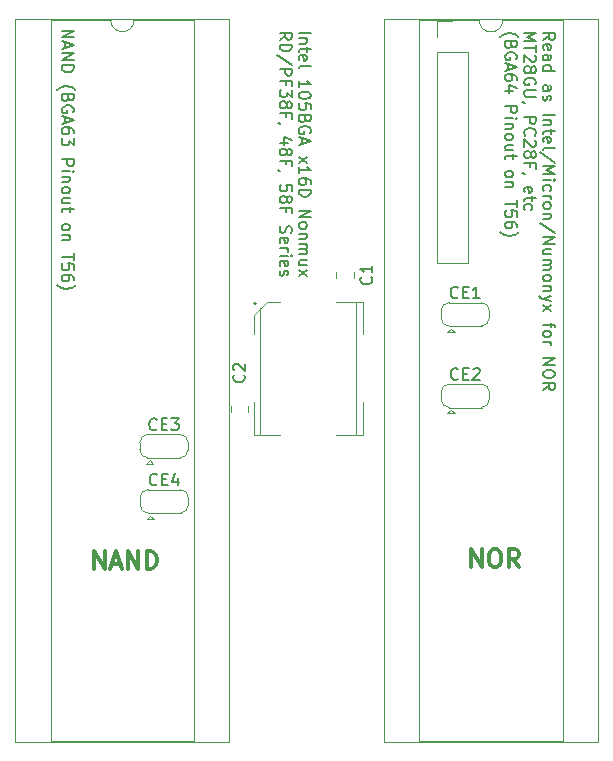
<source format=gbr>
%TF.GenerationSoftware,KiCad,Pcbnew,8.0.7*%
%TF.CreationDate,2025-02-11T22:57:12-05:00*%
%TF.ProjectId,Intel 105 BGA NOR+NAND NonMux,496e7465-6c20-4313-9035-20424741204e,rev?*%
%TF.SameCoordinates,Original*%
%TF.FileFunction,Legend,Top*%
%TF.FilePolarity,Positive*%
%FSLAX46Y46*%
G04 Gerber Fmt 4.6, Leading zero omitted, Abs format (unit mm)*
G04 Created by KiCad (PCBNEW 8.0.7) date 2025-02-11 22:57:12*
%MOMM*%
%LPD*%
G01*
G04 APERTURE LIST*
%ADD10C,0.100000*%
%ADD11C,0.300000*%
%ADD12C,0.150000*%
%ADD13C,0.120000*%
%ADD14C,0.200000*%
G04 APERTURE END LIST*
D10*
X159430000Y-97190000D02*
X159427000Y-86512800D01*
X167550000Y-97180000D02*
X167550000Y-85960000D01*
D11*
X145385310Y-108563628D02*
X145385310Y-107063628D01*
X145385310Y-107063628D02*
X146242453Y-108563628D01*
X146242453Y-108563628D02*
X146242453Y-107063628D01*
X146885311Y-108135057D02*
X147599597Y-108135057D01*
X146742454Y-108563628D02*
X147242454Y-107063628D01*
X147242454Y-107063628D02*
X147742454Y-108563628D01*
X148242453Y-108563628D02*
X148242453Y-107063628D01*
X148242453Y-107063628D02*
X149099596Y-108563628D01*
X149099596Y-108563628D02*
X149099596Y-107063628D01*
X149813882Y-108563628D02*
X149813882Y-107063628D01*
X149813882Y-107063628D02*
X150171025Y-107063628D01*
X150171025Y-107063628D02*
X150385311Y-107135057D01*
X150385311Y-107135057D02*
X150528168Y-107277914D01*
X150528168Y-107277914D02*
X150599597Y-107420771D01*
X150599597Y-107420771D02*
X150671025Y-107706485D01*
X150671025Y-107706485D02*
X150671025Y-107920771D01*
X150671025Y-107920771D02*
X150599597Y-108206485D01*
X150599597Y-108206485D02*
X150528168Y-108349342D01*
X150528168Y-108349342D02*
X150385311Y-108492200D01*
X150385311Y-108492200D02*
X150171025Y-108563628D01*
X150171025Y-108563628D02*
X149813882Y-108563628D01*
D12*
X183370068Y-63778207D02*
X183846259Y-63444874D01*
X183370068Y-63206779D02*
X184370068Y-63206779D01*
X184370068Y-63206779D02*
X184370068Y-63587731D01*
X184370068Y-63587731D02*
X184322449Y-63682969D01*
X184322449Y-63682969D02*
X184274830Y-63730588D01*
X184274830Y-63730588D02*
X184179592Y-63778207D01*
X184179592Y-63778207D02*
X184036735Y-63778207D01*
X184036735Y-63778207D02*
X183941497Y-63730588D01*
X183941497Y-63730588D02*
X183893878Y-63682969D01*
X183893878Y-63682969D02*
X183846259Y-63587731D01*
X183846259Y-63587731D02*
X183846259Y-63206779D01*
X183417688Y-64587731D02*
X183370068Y-64492493D01*
X183370068Y-64492493D02*
X183370068Y-64302017D01*
X183370068Y-64302017D02*
X183417688Y-64206779D01*
X183417688Y-64206779D02*
X183512926Y-64159160D01*
X183512926Y-64159160D02*
X183893878Y-64159160D01*
X183893878Y-64159160D02*
X183989116Y-64206779D01*
X183989116Y-64206779D02*
X184036735Y-64302017D01*
X184036735Y-64302017D02*
X184036735Y-64492493D01*
X184036735Y-64492493D02*
X183989116Y-64587731D01*
X183989116Y-64587731D02*
X183893878Y-64635350D01*
X183893878Y-64635350D02*
X183798640Y-64635350D01*
X183798640Y-64635350D02*
X183703402Y-64159160D01*
X183370068Y-65492493D02*
X183893878Y-65492493D01*
X183893878Y-65492493D02*
X183989116Y-65444874D01*
X183989116Y-65444874D02*
X184036735Y-65349636D01*
X184036735Y-65349636D02*
X184036735Y-65159160D01*
X184036735Y-65159160D02*
X183989116Y-65063922D01*
X183417688Y-65492493D02*
X183370068Y-65397255D01*
X183370068Y-65397255D02*
X183370068Y-65159160D01*
X183370068Y-65159160D02*
X183417688Y-65063922D01*
X183417688Y-65063922D02*
X183512926Y-65016303D01*
X183512926Y-65016303D02*
X183608164Y-65016303D01*
X183608164Y-65016303D02*
X183703402Y-65063922D01*
X183703402Y-65063922D02*
X183751021Y-65159160D01*
X183751021Y-65159160D02*
X183751021Y-65397255D01*
X183751021Y-65397255D02*
X183798640Y-65492493D01*
X183370068Y-66397255D02*
X184370068Y-66397255D01*
X183417688Y-66397255D02*
X183370068Y-66302017D01*
X183370068Y-66302017D02*
X183370068Y-66111541D01*
X183370068Y-66111541D02*
X183417688Y-66016303D01*
X183417688Y-66016303D02*
X183465307Y-65968684D01*
X183465307Y-65968684D02*
X183560545Y-65921065D01*
X183560545Y-65921065D02*
X183846259Y-65921065D01*
X183846259Y-65921065D02*
X183941497Y-65968684D01*
X183941497Y-65968684D02*
X183989116Y-66016303D01*
X183989116Y-66016303D02*
X184036735Y-66111541D01*
X184036735Y-66111541D02*
X184036735Y-66302017D01*
X184036735Y-66302017D02*
X183989116Y-66397255D01*
X183370068Y-68063922D02*
X183893878Y-68063922D01*
X183893878Y-68063922D02*
X183989116Y-68016303D01*
X183989116Y-68016303D02*
X184036735Y-67921065D01*
X184036735Y-67921065D02*
X184036735Y-67730589D01*
X184036735Y-67730589D02*
X183989116Y-67635351D01*
X183417688Y-68063922D02*
X183370068Y-67968684D01*
X183370068Y-67968684D02*
X183370068Y-67730589D01*
X183370068Y-67730589D02*
X183417688Y-67635351D01*
X183417688Y-67635351D02*
X183512926Y-67587732D01*
X183512926Y-67587732D02*
X183608164Y-67587732D01*
X183608164Y-67587732D02*
X183703402Y-67635351D01*
X183703402Y-67635351D02*
X183751021Y-67730589D01*
X183751021Y-67730589D02*
X183751021Y-67968684D01*
X183751021Y-67968684D02*
X183798640Y-68063922D01*
X183417688Y-68492494D02*
X183370068Y-68587732D01*
X183370068Y-68587732D02*
X183370068Y-68778208D01*
X183370068Y-68778208D02*
X183417688Y-68873446D01*
X183417688Y-68873446D02*
X183512926Y-68921065D01*
X183512926Y-68921065D02*
X183560545Y-68921065D01*
X183560545Y-68921065D02*
X183655783Y-68873446D01*
X183655783Y-68873446D02*
X183703402Y-68778208D01*
X183703402Y-68778208D02*
X183703402Y-68635351D01*
X183703402Y-68635351D02*
X183751021Y-68540113D01*
X183751021Y-68540113D02*
X183846259Y-68492494D01*
X183846259Y-68492494D02*
X183893878Y-68492494D01*
X183893878Y-68492494D02*
X183989116Y-68540113D01*
X183989116Y-68540113D02*
X184036735Y-68635351D01*
X184036735Y-68635351D02*
X184036735Y-68778208D01*
X184036735Y-68778208D02*
X183989116Y-68873446D01*
X183370068Y-70111542D02*
X184370068Y-70111542D01*
X184036735Y-70587732D02*
X183370068Y-70587732D01*
X183941497Y-70587732D02*
X183989116Y-70635351D01*
X183989116Y-70635351D02*
X184036735Y-70730589D01*
X184036735Y-70730589D02*
X184036735Y-70873446D01*
X184036735Y-70873446D02*
X183989116Y-70968684D01*
X183989116Y-70968684D02*
X183893878Y-71016303D01*
X183893878Y-71016303D02*
X183370068Y-71016303D01*
X184036735Y-71349637D02*
X184036735Y-71730589D01*
X184370068Y-71492494D02*
X183512926Y-71492494D01*
X183512926Y-71492494D02*
X183417688Y-71540113D01*
X183417688Y-71540113D02*
X183370068Y-71635351D01*
X183370068Y-71635351D02*
X183370068Y-71730589D01*
X183417688Y-72444875D02*
X183370068Y-72349637D01*
X183370068Y-72349637D02*
X183370068Y-72159161D01*
X183370068Y-72159161D02*
X183417688Y-72063923D01*
X183417688Y-72063923D02*
X183512926Y-72016304D01*
X183512926Y-72016304D02*
X183893878Y-72016304D01*
X183893878Y-72016304D02*
X183989116Y-72063923D01*
X183989116Y-72063923D02*
X184036735Y-72159161D01*
X184036735Y-72159161D02*
X184036735Y-72349637D01*
X184036735Y-72349637D02*
X183989116Y-72444875D01*
X183989116Y-72444875D02*
X183893878Y-72492494D01*
X183893878Y-72492494D02*
X183798640Y-72492494D01*
X183798640Y-72492494D02*
X183703402Y-72016304D01*
X183370068Y-73063923D02*
X183417688Y-72968685D01*
X183417688Y-72968685D02*
X183512926Y-72921066D01*
X183512926Y-72921066D02*
X184370068Y-72921066D01*
X184417688Y-74159161D02*
X183131973Y-73302019D01*
X183370068Y-74492495D02*
X184370068Y-74492495D01*
X184370068Y-74492495D02*
X183655783Y-74825828D01*
X183655783Y-74825828D02*
X184370068Y-75159161D01*
X184370068Y-75159161D02*
X183370068Y-75159161D01*
X183370068Y-75635352D02*
X184036735Y-75635352D01*
X184370068Y-75635352D02*
X184322449Y-75587733D01*
X184322449Y-75587733D02*
X184274830Y-75635352D01*
X184274830Y-75635352D02*
X184322449Y-75682971D01*
X184322449Y-75682971D02*
X184370068Y-75635352D01*
X184370068Y-75635352D02*
X184274830Y-75635352D01*
X183417688Y-76540113D02*
X183370068Y-76444875D01*
X183370068Y-76444875D02*
X183370068Y-76254399D01*
X183370068Y-76254399D02*
X183417688Y-76159161D01*
X183417688Y-76159161D02*
X183465307Y-76111542D01*
X183465307Y-76111542D02*
X183560545Y-76063923D01*
X183560545Y-76063923D02*
X183846259Y-76063923D01*
X183846259Y-76063923D02*
X183941497Y-76111542D01*
X183941497Y-76111542D02*
X183989116Y-76159161D01*
X183989116Y-76159161D02*
X184036735Y-76254399D01*
X184036735Y-76254399D02*
X184036735Y-76444875D01*
X184036735Y-76444875D02*
X183989116Y-76540113D01*
X183370068Y-76968685D02*
X184036735Y-76968685D01*
X183846259Y-76968685D02*
X183941497Y-77016304D01*
X183941497Y-77016304D02*
X183989116Y-77063923D01*
X183989116Y-77063923D02*
X184036735Y-77159161D01*
X184036735Y-77159161D02*
X184036735Y-77254399D01*
X183370068Y-77730590D02*
X183417688Y-77635352D01*
X183417688Y-77635352D02*
X183465307Y-77587733D01*
X183465307Y-77587733D02*
X183560545Y-77540114D01*
X183560545Y-77540114D02*
X183846259Y-77540114D01*
X183846259Y-77540114D02*
X183941497Y-77587733D01*
X183941497Y-77587733D02*
X183989116Y-77635352D01*
X183989116Y-77635352D02*
X184036735Y-77730590D01*
X184036735Y-77730590D02*
X184036735Y-77873447D01*
X184036735Y-77873447D02*
X183989116Y-77968685D01*
X183989116Y-77968685D02*
X183941497Y-78016304D01*
X183941497Y-78016304D02*
X183846259Y-78063923D01*
X183846259Y-78063923D02*
X183560545Y-78063923D01*
X183560545Y-78063923D02*
X183465307Y-78016304D01*
X183465307Y-78016304D02*
X183417688Y-77968685D01*
X183417688Y-77968685D02*
X183370068Y-77873447D01*
X183370068Y-77873447D02*
X183370068Y-77730590D01*
X184036735Y-78492495D02*
X183370068Y-78492495D01*
X183941497Y-78492495D02*
X183989116Y-78540114D01*
X183989116Y-78540114D02*
X184036735Y-78635352D01*
X184036735Y-78635352D02*
X184036735Y-78778209D01*
X184036735Y-78778209D02*
X183989116Y-78873447D01*
X183989116Y-78873447D02*
X183893878Y-78921066D01*
X183893878Y-78921066D02*
X183370068Y-78921066D01*
X184417688Y-80111542D02*
X183131973Y-79254400D01*
X183370068Y-80444876D02*
X184370068Y-80444876D01*
X184370068Y-80444876D02*
X183370068Y-81016304D01*
X183370068Y-81016304D02*
X184370068Y-81016304D01*
X184036735Y-81921066D02*
X183370068Y-81921066D01*
X184036735Y-81492495D02*
X183512926Y-81492495D01*
X183512926Y-81492495D02*
X183417688Y-81540114D01*
X183417688Y-81540114D02*
X183370068Y-81635352D01*
X183370068Y-81635352D02*
X183370068Y-81778209D01*
X183370068Y-81778209D02*
X183417688Y-81873447D01*
X183417688Y-81873447D02*
X183465307Y-81921066D01*
X183370068Y-82397257D02*
X184036735Y-82397257D01*
X183941497Y-82397257D02*
X183989116Y-82444876D01*
X183989116Y-82444876D02*
X184036735Y-82540114D01*
X184036735Y-82540114D02*
X184036735Y-82682971D01*
X184036735Y-82682971D02*
X183989116Y-82778209D01*
X183989116Y-82778209D02*
X183893878Y-82825828D01*
X183893878Y-82825828D02*
X183370068Y-82825828D01*
X183893878Y-82825828D02*
X183989116Y-82873447D01*
X183989116Y-82873447D02*
X184036735Y-82968685D01*
X184036735Y-82968685D02*
X184036735Y-83111542D01*
X184036735Y-83111542D02*
X183989116Y-83206781D01*
X183989116Y-83206781D02*
X183893878Y-83254400D01*
X183893878Y-83254400D02*
X183370068Y-83254400D01*
X183370068Y-83873447D02*
X183417688Y-83778209D01*
X183417688Y-83778209D02*
X183465307Y-83730590D01*
X183465307Y-83730590D02*
X183560545Y-83682971D01*
X183560545Y-83682971D02*
X183846259Y-83682971D01*
X183846259Y-83682971D02*
X183941497Y-83730590D01*
X183941497Y-83730590D02*
X183989116Y-83778209D01*
X183989116Y-83778209D02*
X184036735Y-83873447D01*
X184036735Y-83873447D02*
X184036735Y-84016304D01*
X184036735Y-84016304D02*
X183989116Y-84111542D01*
X183989116Y-84111542D02*
X183941497Y-84159161D01*
X183941497Y-84159161D02*
X183846259Y-84206780D01*
X183846259Y-84206780D02*
X183560545Y-84206780D01*
X183560545Y-84206780D02*
X183465307Y-84159161D01*
X183465307Y-84159161D02*
X183417688Y-84111542D01*
X183417688Y-84111542D02*
X183370068Y-84016304D01*
X183370068Y-84016304D02*
X183370068Y-83873447D01*
X184036735Y-84635352D02*
X183370068Y-84635352D01*
X183941497Y-84635352D02*
X183989116Y-84682971D01*
X183989116Y-84682971D02*
X184036735Y-84778209D01*
X184036735Y-84778209D02*
X184036735Y-84921066D01*
X184036735Y-84921066D02*
X183989116Y-85016304D01*
X183989116Y-85016304D02*
X183893878Y-85063923D01*
X183893878Y-85063923D02*
X183370068Y-85063923D01*
X184036735Y-85444876D02*
X183370068Y-85682971D01*
X184036735Y-85921066D02*
X183370068Y-85682971D01*
X183370068Y-85682971D02*
X183131973Y-85587733D01*
X183131973Y-85587733D02*
X183084354Y-85540114D01*
X183084354Y-85540114D02*
X183036735Y-85444876D01*
X183370068Y-86206781D02*
X184036735Y-86730590D01*
X184036735Y-86206781D02*
X183370068Y-86730590D01*
X184036735Y-87730591D02*
X184036735Y-88111543D01*
X183370068Y-87873448D02*
X184227211Y-87873448D01*
X184227211Y-87873448D02*
X184322449Y-87921067D01*
X184322449Y-87921067D02*
X184370068Y-88016305D01*
X184370068Y-88016305D02*
X184370068Y-88111543D01*
X183370068Y-88587734D02*
X183417688Y-88492496D01*
X183417688Y-88492496D02*
X183465307Y-88444877D01*
X183465307Y-88444877D02*
X183560545Y-88397258D01*
X183560545Y-88397258D02*
X183846259Y-88397258D01*
X183846259Y-88397258D02*
X183941497Y-88444877D01*
X183941497Y-88444877D02*
X183989116Y-88492496D01*
X183989116Y-88492496D02*
X184036735Y-88587734D01*
X184036735Y-88587734D02*
X184036735Y-88730591D01*
X184036735Y-88730591D02*
X183989116Y-88825829D01*
X183989116Y-88825829D02*
X183941497Y-88873448D01*
X183941497Y-88873448D02*
X183846259Y-88921067D01*
X183846259Y-88921067D02*
X183560545Y-88921067D01*
X183560545Y-88921067D02*
X183465307Y-88873448D01*
X183465307Y-88873448D02*
X183417688Y-88825829D01*
X183417688Y-88825829D02*
X183370068Y-88730591D01*
X183370068Y-88730591D02*
X183370068Y-88587734D01*
X183370068Y-89349639D02*
X184036735Y-89349639D01*
X183846259Y-89349639D02*
X183941497Y-89397258D01*
X183941497Y-89397258D02*
X183989116Y-89444877D01*
X183989116Y-89444877D02*
X184036735Y-89540115D01*
X184036735Y-89540115D02*
X184036735Y-89635353D01*
X183370068Y-90730592D02*
X184370068Y-90730592D01*
X184370068Y-90730592D02*
X183370068Y-91302020D01*
X183370068Y-91302020D02*
X184370068Y-91302020D01*
X184370068Y-91968687D02*
X184370068Y-92159163D01*
X184370068Y-92159163D02*
X184322449Y-92254401D01*
X184322449Y-92254401D02*
X184227211Y-92349639D01*
X184227211Y-92349639D02*
X184036735Y-92397258D01*
X184036735Y-92397258D02*
X183703402Y-92397258D01*
X183703402Y-92397258D02*
X183512926Y-92349639D01*
X183512926Y-92349639D02*
X183417688Y-92254401D01*
X183417688Y-92254401D02*
X183370068Y-92159163D01*
X183370068Y-92159163D02*
X183370068Y-91968687D01*
X183370068Y-91968687D02*
X183417688Y-91873449D01*
X183417688Y-91873449D02*
X183512926Y-91778211D01*
X183512926Y-91778211D02*
X183703402Y-91730592D01*
X183703402Y-91730592D02*
X184036735Y-91730592D01*
X184036735Y-91730592D02*
X184227211Y-91778211D01*
X184227211Y-91778211D02*
X184322449Y-91873449D01*
X184322449Y-91873449D02*
X184370068Y-91968687D01*
X183370068Y-93397258D02*
X183846259Y-93063925D01*
X183370068Y-92825830D02*
X184370068Y-92825830D01*
X184370068Y-92825830D02*
X184370068Y-93206782D01*
X184370068Y-93206782D02*
X184322449Y-93302020D01*
X184322449Y-93302020D02*
X184274830Y-93349639D01*
X184274830Y-93349639D02*
X184179592Y-93397258D01*
X184179592Y-93397258D02*
X184036735Y-93397258D01*
X184036735Y-93397258D02*
X183941497Y-93349639D01*
X183941497Y-93349639D02*
X183893878Y-93302020D01*
X183893878Y-93302020D02*
X183846259Y-93206782D01*
X183846259Y-93206782D02*
X183846259Y-92825830D01*
X181760124Y-63206779D02*
X182760124Y-63206779D01*
X182760124Y-63206779D02*
X182045839Y-63540112D01*
X182045839Y-63540112D02*
X182760124Y-63873445D01*
X182760124Y-63873445D02*
X181760124Y-63873445D01*
X182760124Y-64206779D02*
X182760124Y-64778207D01*
X181760124Y-64492493D02*
X182760124Y-64492493D01*
X182664886Y-65063922D02*
X182712505Y-65111541D01*
X182712505Y-65111541D02*
X182760124Y-65206779D01*
X182760124Y-65206779D02*
X182760124Y-65444874D01*
X182760124Y-65444874D02*
X182712505Y-65540112D01*
X182712505Y-65540112D02*
X182664886Y-65587731D01*
X182664886Y-65587731D02*
X182569648Y-65635350D01*
X182569648Y-65635350D02*
X182474410Y-65635350D01*
X182474410Y-65635350D02*
X182331553Y-65587731D01*
X182331553Y-65587731D02*
X181760124Y-65016303D01*
X181760124Y-65016303D02*
X181760124Y-65635350D01*
X182331553Y-66206779D02*
X182379172Y-66111541D01*
X182379172Y-66111541D02*
X182426791Y-66063922D01*
X182426791Y-66063922D02*
X182522029Y-66016303D01*
X182522029Y-66016303D02*
X182569648Y-66016303D01*
X182569648Y-66016303D02*
X182664886Y-66063922D01*
X182664886Y-66063922D02*
X182712505Y-66111541D01*
X182712505Y-66111541D02*
X182760124Y-66206779D01*
X182760124Y-66206779D02*
X182760124Y-66397255D01*
X182760124Y-66397255D02*
X182712505Y-66492493D01*
X182712505Y-66492493D02*
X182664886Y-66540112D01*
X182664886Y-66540112D02*
X182569648Y-66587731D01*
X182569648Y-66587731D02*
X182522029Y-66587731D01*
X182522029Y-66587731D02*
X182426791Y-66540112D01*
X182426791Y-66540112D02*
X182379172Y-66492493D01*
X182379172Y-66492493D02*
X182331553Y-66397255D01*
X182331553Y-66397255D02*
X182331553Y-66206779D01*
X182331553Y-66206779D02*
X182283934Y-66111541D01*
X182283934Y-66111541D02*
X182236315Y-66063922D01*
X182236315Y-66063922D02*
X182141077Y-66016303D01*
X182141077Y-66016303D02*
X181950601Y-66016303D01*
X181950601Y-66016303D02*
X181855363Y-66063922D01*
X181855363Y-66063922D02*
X181807744Y-66111541D01*
X181807744Y-66111541D02*
X181760124Y-66206779D01*
X181760124Y-66206779D02*
X181760124Y-66397255D01*
X181760124Y-66397255D02*
X181807744Y-66492493D01*
X181807744Y-66492493D02*
X181855363Y-66540112D01*
X181855363Y-66540112D02*
X181950601Y-66587731D01*
X181950601Y-66587731D02*
X182141077Y-66587731D01*
X182141077Y-66587731D02*
X182236315Y-66540112D01*
X182236315Y-66540112D02*
X182283934Y-66492493D01*
X182283934Y-66492493D02*
X182331553Y-66397255D01*
X182712505Y-67540112D02*
X182760124Y-67444874D01*
X182760124Y-67444874D02*
X182760124Y-67302017D01*
X182760124Y-67302017D02*
X182712505Y-67159160D01*
X182712505Y-67159160D02*
X182617267Y-67063922D01*
X182617267Y-67063922D02*
X182522029Y-67016303D01*
X182522029Y-67016303D02*
X182331553Y-66968684D01*
X182331553Y-66968684D02*
X182188696Y-66968684D01*
X182188696Y-66968684D02*
X181998220Y-67016303D01*
X181998220Y-67016303D02*
X181902982Y-67063922D01*
X181902982Y-67063922D02*
X181807744Y-67159160D01*
X181807744Y-67159160D02*
X181760124Y-67302017D01*
X181760124Y-67302017D02*
X181760124Y-67397255D01*
X181760124Y-67397255D02*
X181807744Y-67540112D01*
X181807744Y-67540112D02*
X181855363Y-67587731D01*
X181855363Y-67587731D02*
X182188696Y-67587731D01*
X182188696Y-67587731D02*
X182188696Y-67397255D01*
X182760124Y-68016303D02*
X181950601Y-68016303D01*
X181950601Y-68016303D02*
X181855363Y-68063922D01*
X181855363Y-68063922D02*
X181807744Y-68111541D01*
X181807744Y-68111541D02*
X181760124Y-68206779D01*
X181760124Y-68206779D02*
X181760124Y-68397255D01*
X181760124Y-68397255D02*
X181807744Y-68492493D01*
X181807744Y-68492493D02*
X181855363Y-68540112D01*
X181855363Y-68540112D02*
X181950601Y-68587731D01*
X181950601Y-68587731D02*
X182760124Y-68587731D01*
X181807744Y-69111541D02*
X181760124Y-69111541D01*
X181760124Y-69111541D02*
X181664886Y-69063922D01*
X181664886Y-69063922D02*
X181617267Y-69016303D01*
X181760124Y-70302017D02*
X182760124Y-70302017D01*
X182760124Y-70302017D02*
X182760124Y-70682969D01*
X182760124Y-70682969D02*
X182712505Y-70778207D01*
X182712505Y-70778207D02*
X182664886Y-70825826D01*
X182664886Y-70825826D02*
X182569648Y-70873445D01*
X182569648Y-70873445D02*
X182426791Y-70873445D01*
X182426791Y-70873445D02*
X182331553Y-70825826D01*
X182331553Y-70825826D02*
X182283934Y-70778207D01*
X182283934Y-70778207D02*
X182236315Y-70682969D01*
X182236315Y-70682969D02*
X182236315Y-70302017D01*
X181855363Y-71873445D02*
X181807744Y-71825826D01*
X181807744Y-71825826D02*
X181760124Y-71682969D01*
X181760124Y-71682969D02*
X181760124Y-71587731D01*
X181760124Y-71587731D02*
X181807744Y-71444874D01*
X181807744Y-71444874D02*
X181902982Y-71349636D01*
X181902982Y-71349636D02*
X181998220Y-71302017D01*
X181998220Y-71302017D02*
X182188696Y-71254398D01*
X182188696Y-71254398D02*
X182331553Y-71254398D01*
X182331553Y-71254398D02*
X182522029Y-71302017D01*
X182522029Y-71302017D02*
X182617267Y-71349636D01*
X182617267Y-71349636D02*
X182712505Y-71444874D01*
X182712505Y-71444874D02*
X182760124Y-71587731D01*
X182760124Y-71587731D02*
X182760124Y-71682969D01*
X182760124Y-71682969D02*
X182712505Y-71825826D01*
X182712505Y-71825826D02*
X182664886Y-71873445D01*
X182664886Y-72254398D02*
X182712505Y-72302017D01*
X182712505Y-72302017D02*
X182760124Y-72397255D01*
X182760124Y-72397255D02*
X182760124Y-72635350D01*
X182760124Y-72635350D02*
X182712505Y-72730588D01*
X182712505Y-72730588D02*
X182664886Y-72778207D01*
X182664886Y-72778207D02*
X182569648Y-72825826D01*
X182569648Y-72825826D02*
X182474410Y-72825826D01*
X182474410Y-72825826D02*
X182331553Y-72778207D01*
X182331553Y-72778207D02*
X181760124Y-72206779D01*
X181760124Y-72206779D02*
X181760124Y-72825826D01*
X182331553Y-73397255D02*
X182379172Y-73302017D01*
X182379172Y-73302017D02*
X182426791Y-73254398D01*
X182426791Y-73254398D02*
X182522029Y-73206779D01*
X182522029Y-73206779D02*
X182569648Y-73206779D01*
X182569648Y-73206779D02*
X182664886Y-73254398D01*
X182664886Y-73254398D02*
X182712505Y-73302017D01*
X182712505Y-73302017D02*
X182760124Y-73397255D01*
X182760124Y-73397255D02*
X182760124Y-73587731D01*
X182760124Y-73587731D02*
X182712505Y-73682969D01*
X182712505Y-73682969D02*
X182664886Y-73730588D01*
X182664886Y-73730588D02*
X182569648Y-73778207D01*
X182569648Y-73778207D02*
X182522029Y-73778207D01*
X182522029Y-73778207D02*
X182426791Y-73730588D01*
X182426791Y-73730588D02*
X182379172Y-73682969D01*
X182379172Y-73682969D02*
X182331553Y-73587731D01*
X182331553Y-73587731D02*
X182331553Y-73397255D01*
X182331553Y-73397255D02*
X182283934Y-73302017D01*
X182283934Y-73302017D02*
X182236315Y-73254398D01*
X182236315Y-73254398D02*
X182141077Y-73206779D01*
X182141077Y-73206779D02*
X181950601Y-73206779D01*
X181950601Y-73206779D02*
X181855363Y-73254398D01*
X181855363Y-73254398D02*
X181807744Y-73302017D01*
X181807744Y-73302017D02*
X181760124Y-73397255D01*
X181760124Y-73397255D02*
X181760124Y-73587731D01*
X181760124Y-73587731D02*
X181807744Y-73682969D01*
X181807744Y-73682969D02*
X181855363Y-73730588D01*
X181855363Y-73730588D02*
X181950601Y-73778207D01*
X181950601Y-73778207D02*
X182141077Y-73778207D01*
X182141077Y-73778207D02*
X182236315Y-73730588D01*
X182236315Y-73730588D02*
X182283934Y-73682969D01*
X182283934Y-73682969D02*
X182331553Y-73587731D01*
X182283934Y-74540112D02*
X182283934Y-74206779D01*
X181760124Y-74206779D02*
X182760124Y-74206779D01*
X182760124Y-74206779D02*
X182760124Y-74682969D01*
X181807744Y-75111541D02*
X181760124Y-75111541D01*
X181760124Y-75111541D02*
X181664886Y-75063922D01*
X181664886Y-75063922D02*
X181617267Y-75016303D01*
X181807744Y-76682969D02*
X181760124Y-76587731D01*
X181760124Y-76587731D02*
X181760124Y-76397255D01*
X181760124Y-76397255D02*
X181807744Y-76302017D01*
X181807744Y-76302017D02*
X181902982Y-76254398D01*
X181902982Y-76254398D02*
X182283934Y-76254398D01*
X182283934Y-76254398D02*
X182379172Y-76302017D01*
X182379172Y-76302017D02*
X182426791Y-76397255D01*
X182426791Y-76397255D02*
X182426791Y-76587731D01*
X182426791Y-76587731D02*
X182379172Y-76682969D01*
X182379172Y-76682969D02*
X182283934Y-76730588D01*
X182283934Y-76730588D02*
X182188696Y-76730588D01*
X182188696Y-76730588D02*
X182093458Y-76254398D01*
X182426791Y-77016303D02*
X182426791Y-77397255D01*
X182760124Y-77159160D02*
X181902982Y-77159160D01*
X181902982Y-77159160D02*
X181807744Y-77206779D01*
X181807744Y-77206779D02*
X181760124Y-77302017D01*
X181760124Y-77302017D02*
X181760124Y-77397255D01*
X181807744Y-78159160D02*
X181760124Y-78063922D01*
X181760124Y-78063922D02*
X181760124Y-77873446D01*
X181760124Y-77873446D02*
X181807744Y-77778208D01*
X181807744Y-77778208D02*
X181855363Y-77730589D01*
X181855363Y-77730589D02*
X181950601Y-77682970D01*
X181950601Y-77682970D02*
X182236315Y-77682970D01*
X182236315Y-77682970D02*
X182331553Y-77730589D01*
X182331553Y-77730589D02*
X182379172Y-77778208D01*
X182379172Y-77778208D02*
X182426791Y-77873446D01*
X182426791Y-77873446D02*
X182426791Y-78063922D01*
X182426791Y-78063922D02*
X182379172Y-78159160D01*
X179769228Y-63492493D02*
X179816847Y-63444874D01*
X179816847Y-63444874D02*
X179959704Y-63349636D01*
X179959704Y-63349636D02*
X180054942Y-63302017D01*
X180054942Y-63302017D02*
X180197800Y-63254398D01*
X180197800Y-63254398D02*
X180435895Y-63206779D01*
X180435895Y-63206779D02*
X180626371Y-63206779D01*
X180626371Y-63206779D02*
X180864466Y-63254398D01*
X180864466Y-63254398D02*
X181007323Y-63302017D01*
X181007323Y-63302017D02*
X181102561Y-63349636D01*
X181102561Y-63349636D02*
X181245419Y-63444874D01*
X181245419Y-63444874D02*
X181293038Y-63492493D01*
X180673990Y-64206779D02*
X180626371Y-64349636D01*
X180626371Y-64349636D02*
X180578752Y-64397255D01*
X180578752Y-64397255D02*
X180483514Y-64444874D01*
X180483514Y-64444874D02*
X180340657Y-64444874D01*
X180340657Y-64444874D02*
X180245419Y-64397255D01*
X180245419Y-64397255D02*
X180197800Y-64349636D01*
X180197800Y-64349636D02*
X180150180Y-64254398D01*
X180150180Y-64254398D02*
X180150180Y-63873446D01*
X180150180Y-63873446D02*
X181150180Y-63873446D01*
X181150180Y-63873446D02*
X181150180Y-64206779D01*
X181150180Y-64206779D02*
X181102561Y-64302017D01*
X181102561Y-64302017D02*
X181054942Y-64349636D01*
X181054942Y-64349636D02*
X180959704Y-64397255D01*
X180959704Y-64397255D02*
X180864466Y-64397255D01*
X180864466Y-64397255D02*
X180769228Y-64349636D01*
X180769228Y-64349636D02*
X180721609Y-64302017D01*
X180721609Y-64302017D02*
X180673990Y-64206779D01*
X180673990Y-64206779D02*
X180673990Y-63873446D01*
X181102561Y-65397255D02*
X181150180Y-65302017D01*
X181150180Y-65302017D02*
X181150180Y-65159160D01*
X181150180Y-65159160D02*
X181102561Y-65016303D01*
X181102561Y-65016303D02*
X181007323Y-64921065D01*
X181007323Y-64921065D02*
X180912085Y-64873446D01*
X180912085Y-64873446D02*
X180721609Y-64825827D01*
X180721609Y-64825827D02*
X180578752Y-64825827D01*
X180578752Y-64825827D02*
X180388276Y-64873446D01*
X180388276Y-64873446D02*
X180293038Y-64921065D01*
X180293038Y-64921065D02*
X180197800Y-65016303D01*
X180197800Y-65016303D02*
X180150180Y-65159160D01*
X180150180Y-65159160D02*
X180150180Y-65254398D01*
X180150180Y-65254398D02*
X180197800Y-65397255D01*
X180197800Y-65397255D02*
X180245419Y-65444874D01*
X180245419Y-65444874D02*
X180578752Y-65444874D01*
X180578752Y-65444874D02*
X180578752Y-65254398D01*
X180435895Y-65825827D02*
X180435895Y-66302017D01*
X180150180Y-65730589D02*
X181150180Y-66063922D01*
X181150180Y-66063922D02*
X180150180Y-66397255D01*
X181150180Y-67159160D02*
X181150180Y-66968684D01*
X181150180Y-66968684D02*
X181102561Y-66873446D01*
X181102561Y-66873446D02*
X181054942Y-66825827D01*
X181054942Y-66825827D02*
X180912085Y-66730589D01*
X180912085Y-66730589D02*
X180721609Y-66682970D01*
X180721609Y-66682970D02*
X180340657Y-66682970D01*
X180340657Y-66682970D02*
X180245419Y-66730589D01*
X180245419Y-66730589D02*
X180197800Y-66778208D01*
X180197800Y-66778208D02*
X180150180Y-66873446D01*
X180150180Y-66873446D02*
X180150180Y-67063922D01*
X180150180Y-67063922D02*
X180197800Y-67159160D01*
X180197800Y-67159160D02*
X180245419Y-67206779D01*
X180245419Y-67206779D02*
X180340657Y-67254398D01*
X180340657Y-67254398D02*
X180578752Y-67254398D01*
X180578752Y-67254398D02*
X180673990Y-67206779D01*
X180673990Y-67206779D02*
X180721609Y-67159160D01*
X180721609Y-67159160D02*
X180769228Y-67063922D01*
X180769228Y-67063922D02*
X180769228Y-66873446D01*
X180769228Y-66873446D02*
X180721609Y-66778208D01*
X180721609Y-66778208D02*
X180673990Y-66730589D01*
X180673990Y-66730589D02*
X180578752Y-66682970D01*
X180816847Y-68111541D02*
X180150180Y-68111541D01*
X181197800Y-67873446D02*
X180483514Y-67635351D01*
X180483514Y-67635351D02*
X180483514Y-68254398D01*
X180150180Y-69397256D02*
X181150180Y-69397256D01*
X181150180Y-69397256D02*
X181150180Y-69778208D01*
X181150180Y-69778208D02*
X181102561Y-69873446D01*
X181102561Y-69873446D02*
X181054942Y-69921065D01*
X181054942Y-69921065D02*
X180959704Y-69968684D01*
X180959704Y-69968684D02*
X180816847Y-69968684D01*
X180816847Y-69968684D02*
X180721609Y-69921065D01*
X180721609Y-69921065D02*
X180673990Y-69873446D01*
X180673990Y-69873446D02*
X180626371Y-69778208D01*
X180626371Y-69778208D02*
X180626371Y-69397256D01*
X180150180Y-70397256D02*
X180816847Y-70397256D01*
X181150180Y-70397256D02*
X181102561Y-70349637D01*
X181102561Y-70349637D02*
X181054942Y-70397256D01*
X181054942Y-70397256D02*
X181102561Y-70444875D01*
X181102561Y-70444875D02*
X181150180Y-70397256D01*
X181150180Y-70397256D02*
X181054942Y-70397256D01*
X180816847Y-70873446D02*
X180150180Y-70873446D01*
X180721609Y-70873446D02*
X180769228Y-70921065D01*
X180769228Y-70921065D02*
X180816847Y-71016303D01*
X180816847Y-71016303D02*
X180816847Y-71159160D01*
X180816847Y-71159160D02*
X180769228Y-71254398D01*
X180769228Y-71254398D02*
X180673990Y-71302017D01*
X180673990Y-71302017D02*
X180150180Y-71302017D01*
X180150180Y-71921065D02*
X180197800Y-71825827D01*
X180197800Y-71825827D02*
X180245419Y-71778208D01*
X180245419Y-71778208D02*
X180340657Y-71730589D01*
X180340657Y-71730589D02*
X180626371Y-71730589D01*
X180626371Y-71730589D02*
X180721609Y-71778208D01*
X180721609Y-71778208D02*
X180769228Y-71825827D01*
X180769228Y-71825827D02*
X180816847Y-71921065D01*
X180816847Y-71921065D02*
X180816847Y-72063922D01*
X180816847Y-72063922D02*
X180769228Y-72159160D01*
X180769228Y-72159160D02*
X180721609Y-72206779D01*
X180721609Y-72206779D02*
X180626371Y-72254398D01*
X180626371Y-72254398D02*
X180340657Y-72254398D01*
X180340657Y-72254398D02*
X180245419Y-72206779D01*
X180245419Y-72206779D02*
X180197800Y-72159160D01*
X180197800Y-72159160D02*
X180150180Y-72063922D01*
X180150180Y-72063922D02*
X180150180Y-71921065D01*
X180816847Y-73111541D02*
X180150180Y-73111541D01*
X180816847Y-72682970D02*
X180293038Y-72682970D01*
X180293038Y-72682970D02*
X180197800Y-72730589D01*
X180197800Y-72730589D02*
X180150180Y-72825827D01*
X180150180Y-72825827D02*
X180150180Y-72968684D01*
X180150180Y-72968684D02*
X180197800Y-73063922D01*
X180197800Y-73063922D02*
X180245419Y-73111541D01*
X180816847Y-73444875D02*
X180816847Y-73825827D01*
X181150180Y-73587732D02*
X180293038Y-73587732D01*
X180293038Y-73587732D02*
X180197800Y-73635351D01*
X180197800Y-73635351D02*
X180150180Y-73730589D01*
X180150180Y-73730589D02*
X180150180Y-73825827D01*
X180150180Y-75063923D02*
X180197800Y-74968685D01*
X180197800Y-74968685D02*
X180245419Y-74921066D01*
X180245419Y-74921066D02*
X180340657Y-74873447D01*
X180340657Y-74873447D02*
X180626371Y-74873447D01*
X180626371Y-74873447D02*
X180721609Y-74921066D01*
X180721609Y-74921066D02*
X180769228Y-74968685D01*
X180769228Y-74968685D02*
X180816847Y-75063923D01*
X180816847Y-75063923D02*
X180816847Y-75206780D01*
X180816847Y-75206780D02*
X180769228Y-75302018D01*
X180769228Y-75302018D02*
X180721609Y-75349637D01*
X180721609Y-75349637D02*
X180626371Y-75397256D01*
X180626371Y-75397256D02*
X180340657Y-75397256D01*
X180340657Y-75397256D02*
X180245419Y-75349637D01*
X180245419Y-75349637D02*
X180197800Y-75302018D01*
X180197800Y-75302018D02*
X180150180Y-75206780D01*
X180150180Y-75206780D02*
X180150180Y-75063923D01*
X180816847Y-75825828D02*
X180150180Y-75825828D01*
X180721609Y-75825828D02*
X180769228Y-75873447D01*
X180769228Y-75873447D02*
X180816847Y-75968685D01*
X180816847Y-75968685D02*
X180816847Y-76111542D01*
X180816847Y-76111542D02*
X180769228Y-76206780D01*
X180769228Y-76206780D02*
X180673990Y-76254399D01*
X180673990Y-76254399D02*
X180150180Y-76254399D01*
X181150180Y-77349638D02*
X181150180Y-77921066D01*
X180150180Y-77635352D02*
X181150180Y-77635352D01*
X181150180Y-78730590D02*
X181150180Y-78254400D01*
X181150180Y-78254400D02*
X180673990Y-78206781D01*
X180673990Y-78206781D02*
X180721609Y-78254400D01*
X180721609Y-78254400D02*
X180769228Y-78349638D01*
X180769228Y-78349638D02*
X180769228Y-78587733D01*
X180769228Y-78587733D02*
X180721609Y-78682971D01*
X180721609Y-78682971D02*
X180673990Y-78730590D01*
X180673990Y-78730590D02*
X180578752Y-78778209D01*
X180578752Y-78778209D02*
X180340657Y-78778209D01*
X180340657Y-78778209D02*
X180245419Y-78730590D01*
X180245419Y-78730590D02*
X180197800Y-78682971D01*
X180197800Y-78682971D02*
X180150180Y-78587733D01*
X180150180Y-78587733D02*
X180150180Y-78349638D01*
X180150180Y-78349638D02*
X180197800Y-78254400D01*
X180197800Y-78254400D02*
X180245419Y-78206781D01*
X181150180Y-79635352D02*
X181150180Y-79444876D01*
X181150180Y-79444876D02*
X181102561Y-79349638D01*
X181102561Y-79349638D02*
X181054942Y-79302019D01*
X181054942Y-79302019D02*
X180912085Y-79206781D01*
X180912085Y-79206781D02*
X180721609Y-79159162D01*
X180721609Y-79159162D02*
X180340657Y-79159162D01*
X180340657Y-79159162D02*
X180245419Y-79206781D01*
X180245419Y-79206781D02*
X180197800Y-79254400D01*
X180197800Y-79254400D02*
X180150180Y-79349638D01*
X180150180Y-79349638D02*
X180150180Y-79540114D01*
X180150180Y-79540114D02*
X180197800Y-79635352D01*
X180197800Y-79635352D02*
X180245419Y-79682971D01*
X180245419Y-79682971D02*
X180340657Y-79730590D01*
X180340657Y-79730590D02*
X180578752Y-79730590D01*
X180578752Y-79730590D02*
X180673990Y-79682971D01*
X180673990Y-79682971D02*
X180721609Y-79635352D01*
X180721609Y-79635352D02*
X180769228Y-79540114D01*
X180769228Y-79540114D02*
X180769228Y-79349638D01*
X180769228Y-79349638D02*
X180721609Y-79254400D01*
X180721609Y-79254400D02*
X180673990Y-79206781D01*
X180673990Y-79206781D02*
X180578752Y-79159162D01*
X179769228Y-80063924D02*
X179816847Y-80111543D01*
X179816847Y-80111543D02*
X179959704Y-80206781D01*
X179959704Y-80206781D02*
X180054942Y-80254400D01*
X180054942Y-80254400D02*
X180197800Y-80302019D01*
X180197800Y-80302019D02*
X180435895Y-80349638D01*
X180435895Y-80349638D02*
X180626371Y-80349638D01*
X180626371Y-80349638D02*
X180864466Y-80302019D01*
X180864466Y-80302019D02*
X181007323Y-80254400D01*
X181007323Y-80254400D02*
X181102561Y-80206781D01*
X181102561Y-80206781D02*
X181245419Y-80111543D01*
X181245419Y-80111543D02*
X181293038Y-80063924D01*
D11*
X177313110Y-108411228D02*
X177313110Y-106911228D01*
X177313110Y-106911228D02*
X178170253Y-108411228D01*
X178170253Y-108411228D02*
X178170253Y-106911228D01*
X179170254Y-106911228D02*
X179455968Y-106911228D01*
X179455968Y-106911228D02*
X179598825Y-106982657D01*
X179598825Y-106982657D02*
X179741682Y-107125514D01*
X179741682Y-107125514D02*
X179813111Y-107411228D01*
X179813111Y-107411228D02*
X179813111Y-107911228D01*
X179813111Y-107911228D02*
X179741682Y-108196942D01*
X179741682Y-108196942D02*
X179598825Y-108339800D01*
X179598825Y-108339800D02*
X179455968Y-108411228D01*
X179455968Y-108411228D02*
X179170254Y-108411228D01*
X179170254Y-108411228D02*
X179027397Y-108339800D01*
X179027397Y-108339800D02*
X178884539Y-108196942D01*
X178884539Y-108196942D02*
X178813111Y-107911228D01*
X178813111Y-107911228D02*
X178813111Y-107411228D01*
X178813111Y-107411228D02*
X178884539Y-107125514D01*
X178884539Y-107125514D02*
X179027397Y-106982657D01*
X179027397Y-106982657D02*
X179170254Y-106911228D01*
X181313111Y-108411228D02*
X180813111Y-107696942D01*
X180455968Y-108411228D02*
X180455968Y-106911228D01*
X180455968Y-106911228D02*
X181027397Y-106911228D01*
X181027397Y-106911228D02*
X181170254Y-106982657D01*
X181170254Y-106982657D02*
X181241683Y-107054085D01*
X181241683Y-107054085D02*
X181313111Y-107196942D01*
X181313111Y-107196942D02*
X181313111Y-107411228D01*
X181313111Y-107411228D02*
X181241683Y-107554085D01*
X181241683Y-107554085D02*
X181170254Y-107625514D01*
X181170254Y-107625514D02*
X181027397Y-107696942D01*
X181027397Y-107696942D02*
X180455968Y-107696942D01*
D12*
X162700124Y-63176779D02*
X163700124Y-63176779D01*
X163366791Y-63652969D02*
X162700124Y-63652969D01*
X163271553Y-63652969D02*
X163319172Y-63700588D01*
X163319172Y-63700588D02*
X163366791Y-63795826D01*
X163366791Y-63795826D02*
X163366791Y-63938683D01*
X163366791Y-63938683D02*
X163319172Y-64033921D01*
X163319172Y-64033921D02*
X163223934Y-64081540D01*
X163223934Y-64081540D02*
X162700124Y-64081540D01*
X163366791Y-64414874D02*
X163366791Y-64795826D01*
X163700124Y-64557731D02*
X162842982Y-64557731D01*
X162842982Y-64557731D02*
X162747744Y-64605350D01*
X162747744Y-64605350D02*
X162700124Y-64700588D01*
X162700124Y-64700588D02*
X162700124Y-64795826D01*
X162747744Y-65510112D02*
X162700124Y-65414874D01*
X162700124Y-65414874D02*
X162700124Y-65224398D01*
X162700124Y-65224398D02*
X162747744Y-65129160D01*
X162747744Y-65129160D02*
X162842982Y-65081541D01*
X162842982Y-65081541D02*
X163223934Y-65081541D01*
X163223934Y-65081541D02*
X163319172Y-65129160D01*
X163319172Y-65129160D02*
X163366791Y-65224398D01*
X163366791Y-65224398D02*
X163366791Y-65414874D01*
X163366791Y-65414874D02*
X163319172Y-65510112D01*
X163319172Y-65510112D02*
X163223934Y-65557731D01*
X163223934Y-65557731D02*
X163128696Y-65557731D01*
X163128696Y-65557731D02*
X163033458Y-65081541D01*
X162700124Y-66129160D02*
X162747744Y-66033922D01*
X162747744Y-66033922D02*
X162842982Y-65986303D01*
X162842982Y-65986303D02*
X163700124Y-65986303D01*
X162700124Y-67795827D02*
X162700124Y-67224399D01*
X162700124Y-67510113D02*
X163700124Y-67510113D01*
X163700124Y-67510113D02*
X163557267Y-67414875D01*
X163557267Y-67414875D02*
X163462029Y-67319637D01*
X163462029Y-67319637D02*
X163414410Y-67224399D01*
X163700124Y-68414875D02*
X163700124Y-68510113D01*
X163700124Y-68510113D02*
X163652505Y-68605351D01*
X163652505Y-68605351D02*
X163604886Y-68652970D01*
X163604886Y-68652970D02*
X163509648Y-68700589D01*
X163509648Y-68700589D02*
X163319172Y-68748208D01*
X163319172Y-68748208D02*
X163081077Y-68748208D01*
X163081077Y-68748208D02*
X162890601Y-68700589D01*
X162890601Y-68700589D02*
X162795363Y-68652970D01*
X162795363Y-68652970D02*
X162747744Y-68605351D01*
X162747744Y-68605351D02*
X162700124Y-68510113D01*
X162700124Y-68510113D02*
X162700124Y-68414875D01*
X162700124Y-68414875D02*
X162747744Y-68319637D01*
X162747744Y-68319637D02*
X162795363Y-68272018D01*
X162795363Y-68272018D02*
X162890601Y-68224399D01*
X162890601Y-68224399D02*
X163081077Y-68176780D01*
X163081077Y-68176780D02*
X163319172Y-68176780D01*
X163319172Y-68176780D02*
X163509648Y-68224399D01*
X163509648Y-68224399D02*
X163604886Y-68272018D01*
X163604886Y-68272018D02*
X163652505Y-68319637D01*
X163652505Y-68319637D02*
X163700124Y-68414875D01*
X163700124Y-69652970D02*
X163700124Y-69176780D01*
X163700124Y-69176780D02*
X163223934Y-69129161D01*
X163223934Y-69129161D02*
X163271553Y-69176780D01*
X163271553Y-69176780D02*
X163319172Y-69272018D01*
X163319172Y-69272018D02*
X163319172Y-69510113D01*
X163319172Y-69510113D02*
X163271553Y-69605351D01*
X163271553Y-69605351D02*
X163223934Y-69652970D01*
X163223934Y-69652970D02*
X163128696Y-69700589D01*
X163128696Y-69700589D02*
X162890601Y-69700589D01*
X162890601Y-69700589D02*
X162795363Y-69652970D01*
X162795363Y-69652970D02*
X162747744Y-69605351D01*
X162747744Y-69605351D02*
X162700124Y-69510113D01*
X162700124Y-69510113D02*
X162700124Y-69272018D01*
X162700124Y-69272018D02*
X162747744Y-69176780D01*
X162747744Y-69176780D02*
X162795363Y-69129161D01*
X163223934Y-70462494D02*
X163176315Y-70605351D01*
X163176315Y-70605351D02*
X163128696Y-70652970D01*
X163128696Y-70652970D02*
X163033458Y-70700589D01*
X163033458Y-70700589D02*
X162890601Y-70700589D01*
X162890601Y-70700589D02*
X162795363Y-70652970D01*
X162795363Y-70652970D02*
X162747744Y-70605351D01*
X162747744Y-70605351D02*
X162700124Y-70510113D01*
X162700124Y-70510113D02*
X162700124Y-70129161D01*
X162700124Y-70129161D02*
X163700124Y-70129161D01*
X163700124Y-70129161D02*
X163700124Y-70462494D01*
X163700124Y-70462494D02*
X163652505Y-70557732D01*
X163652505Y-70557732D02*
X163604886Y-70605351D01*
X163604886Y-70605351D02*
X163509648Y-70652970D01*
X163509648Y-70652970D02*
X163414410Y-70652970D01*
X163414410Y-70652970D02*
X163319172Y-70605351D01*
X163319172Y-70605351D02*
X163271553Y-70557732D01*
X163271553Y-70557732D02*
X163223934Y-70462494D01*
X163223934Y-70462494D02*
X163223934Y-70129161D01*
X163652505Y-71652970D02*
X163700124Y-71557732D01*
X163700124Y-71557732D02*
X163700124Y-71414875D01*
X163700124Y-71414875D02*
X163652505Y-71272018D01*
X163652505Y-71272018D02*
X163557267Y-71176780D01*
X163557267Y-71176780D02*
X163462029Y-71129161D01*
X163462029Y-71129161D02*
X163271553Y-71081542D01*
X163271553Y-71081542D02*
X163128696Y-71081542D01*
X163128696Y-71081542D02*
X162938220Y-71129161D01*
X162938220Y-71129161D02*
X162842982Y-71176780D01*
X162842982Y-71176780D02*
X162747744Y-71272018D01*
X162747744Y-71272018D02*
X162700124Y-71414875D01*
X162700124Y-71414875D02*
X162700124Y-71510113D01*
X162700124Y-71510113D02*
X162747744Y-71652970D01*
X162747744Y-71652970D02*
X162795363Y-71700589D01*
X162795363Y-71700589D02*
X163128696Y-71700589D01*
X163128696Y-71700589D02*
X163128696Y-71510113D01*
X162985839Y-72081542D02*
X162985839Y-72557732D01*
X162700124Y-71986304D02*
X163700124Y-72319637D01*
X163700124Y-72319637D02*
X162700124Y-72652970D01*
X162700124Y-73652971D02*
X163366791Y-74176780D01*
X163366791Y-73652971D02*
X162700124Y-74176780D01*
X162700124Y-75081542D02*
X162700124Y-74510114D01*
X162700124Y-74795828D02*
X163700124Y-74795828D01*
X163700124Y-74795828D02*
X163557267Y-74700590D01*
X163557267Y-74700590D02*
X163462029Y-74605352D01*
X163462029Y-74605352D02*
X163414410Y-74510114D01*
X163700124Y-75938685D02*
X163700124Y-75748209D01*
X163700124Y-75748209D02*
X163652505Y-75652971D01*
X163652505Y-75652971D02*
X163604886Y-75605352D01*
X163604886Y-75605352D02*
X163462029Y-75510114D01*
X163462029Y-75510114D02*
X163271553Y-75462495D01*
X163271553Y-75462495D02*
X162890601Y-75462495D01*
X162890601Y-75462495D02*
X162795363Y-75510114D01*
X162795363Y-75510114D02*
X162747744Y-75557733D01*
X162747744Y-75557733D02*
X162700124Y-75652971D01*
X162700124Y-75652971D02*
X162700124Y-75843447D01*
X162700124Y-75843447D02*
X162747744Y-75938685D01*
X162747744Y-75938685D02*
X162795363Y-75986304D01*
X162795363Y-75986304D02*
X162890601Y-76033923D01*
X162890601Y-76033923D02*
X163128696Y-76033923D01*
X163128696Y-76033923D02*
X163223934Y-75986304D01*
X163223934Y-75986304D02*
X163271553Y-75938685D01*
X163271553Y-75938685D02*
X163319172Y-75843447D01*
X163319172Y-75843447D02*
X163319172Y-75652971D01*
X163319172Y-75652971D02*
X163271553Y-75557733D01*
X163271553Y-75557733D02*
X163223934Y-75510114D01*
X163223934Y-75510114D02*
X163128696Y-75462495D01*
X162700124Y-76462495D02*
X163700124Y-76462495D01*
X163700124Y-76462495D02*
X163700124Y-76700590D01*
X163700124Y-76700590D02*
X163652505Y-76843447D01*
X163652505Y-76843447D02*
X163557267Y-76938685D01*
X163557267Y-76938685D02*
X163462029Y-76986304D01*
X163462029Y-76986304D02*
X163271553Y-77033923D01*
X163271553Y-77033923D02*
X163128696Y-77033923D01*
X163128696Y-77033923D02*
X162938220Y-76986304D01*
X162938220Y-76986304D02*
X162842982Y-76938685D01*
X162842982Y-76938685D02*
X162747744Y-76843447D01*
X162747744Y-76843447D02*
X162700124Y-76700590D01*
X162700124Y-76700590D02*
X162700124Y-76462495D01*
X162700124Y-78224400D02*
X163700124Y-78224400D01*
X163700124Y-78224400D02*
X162700124Y-78795828D01*
X162700124Y-78795828D02*
X163700124Y-78795828D01*
X162700124Y-79414876D02*
X162747744Y-79319638D01*
X162747744Y-79319638D02*
X162795363Y-79272019D01*
X162795363Y-79272019D02*
X162890601Y-79224400D01*
X162890601Y-79224400D02*
X163176315Y-79224400D01*
X163176315Y-79224400D02*
X163271553Y-79272019D01*
X163271553Y-79272019D02*
X163319172Y-79319638D01*
X163319172Y-79319638D02*
X163366791Y-79414876D01*
X163366791Y-79414876D02*
X163366791Y-79557733D01*
X163366791Y-79557733D02*
X163319172Y-79652971D01*
X163319172Y-79652971D02*
X163271553Y-79700590D01*
X163271553Y-79700590D02*
X163176315Y-79748209D01*
X163176315Y-79748209D02*
X162890601Y-79748209D01*
X162890601Y-79748209D02*
X162795363Y-79700590D01*
X162795363Y-79700590D02*
X162747744Y-79652971D01*
X162747744Y-79652971D02*
X162700124Y-79557733D01*
X162700124Y-79557733D02*
X162700124Y-79414876D01*
X163366791Y-80176781D02*
X162700124Y-80176781D01*
X163271553Y-80176781D02*
X163319172Y-80224400D01*
X163319172Y-80224400D02*
X163366791Y-80319638D01*
X163366791Y-80319638D02*
X163366791Y-80462495D01*
X163366791Y-80462495D02*
X163319172Y-80557733D01*
X163319172Y-80557733D02*
X163223934Y-80605352D01*
X163223934Y-80605352D02*
X162700124Y-80605352D01*
X162700124Y-81081543D02*
X163366791Y-81081543D01*
X163271553Y-81081543D02*
X163319172Y-81129162D01*
X163319172Y-81129162D02*
X163366791Y-81224400D01*
X163366791Y-81224400D02*
X163366791Y-81367257D01*
X163366791Y-81367257D02*
X163319172Y-81462495D01*
X163319172Y-81462495D02*
X163223934Y-81510114D01*
X163223934Y-81510114D02*
X162700124Y-81510114D01*
X163223934Y-81510114D02*
X163319172Y-81557733D01*
X163319172Y-81557733D02*
X163366791Y-81652971D01*
X163366791Y-81652971D02*
X163366791Y-81795828D01*
X163366791Y-81795828D02*
X163319172Y-81891067D01*
X163319172Y-81891067D02*
X163223934Y-81938686D01*
X163223934Y-81938686D02*
X162700124Y-81938686D01*
X163366791Y-82843447D02*
X162700124Y-82843447D01*
X163366791Y-82414876D02*
X162842982Y-82414876D01*
X162842982Y-82414876D02*
X162747744Y-82462495D01*
X162747744Y-82462495D02*
X162700124Y-82557733D01*
X162700124Y-82557733D02*
X162700124Y-82700590D01*
X162700124Y-82700590D02*
X162747744Y-82795828D01*
X162747744Y-82795828D02*
X162795363Y-82843447D01*
X162700124Y-83224400D02*
X163366791Y-83748209D01*
X163366791Y-83224400D02*
X162700124Y-83748209D01*
X161090180Y-63748207D02*
X161566371Y-63414874D01*
X161090180Y-63176779D02*
X162090180Y-63176779D01*
X162090180Y-63176779D02*
X162090180Y-63557731D01*
X162090180Y-63557731D02*
X162042561Y-63652969D01*
X162042561Y-63652969D02*
X161994942Y-63700588D01*
X161994942Y-63700588D02*
X161899704Y-63748207D01*
X161899704Y-63748207D02*
X161756847Y-63748207D01*
X161756847Y-63748207D02*
X161661609Y-63700588D01*
X161661609Y-63700588D02*
X161613990Y-63652969D01*
X161613990Y-63652969D02*
X161566371Y-63557731D01*
X161566371Y-63557731D02*
X161566371Y-63176779D01*
X161090180Y-64176779D02*
X162090180Y-64176779D01*
X162090180Y-64176779D02*
X162090180Y-64414874D01*
X162090180Y-64414874D02*
X162042561Y-64557731D01*
X162042561Y-64557731D02*
X161947323Y-64652969D01*
X161947323Y-64652969D02*
X161852085Y-64700588D01*
X161852085Y-64700588D02*
X161661609Y-64748207D01*
X161661609Y-64748207D02*
X161518752Y-64748207D01*
X161518752Y-64748207D02*
X161328276Y-64700588D01*
X161328276Y-64700588D02*
X161233038Y-64652969D01*
X161233038Y-64652969D02*
X161137800Y-64557731D01*
X161137800Y-64557731D02*
X161090180Y-64414874D01*
X161090180Y-64414874D02*
X161090180Y-64176779D01*
X162137800Y-65891064D02*
X160852085Y-65033922D01*
X161090180Y-66224398D02*
X162090180Y-66224398D01*
X162090180Y-66224398D02*
X162090180Y-66605350D01*
X162090180Y-66605350D02*
X162042561Y-66700588D01*
X162042561Y-66700588D02*
X161994942Y-66748207D01*
X161994942Y-66748207D02*
X161899704Y-66795826D01*
X161899704Y-66795826D02*
X161756847Y-66795826D01*
X161756847Y-66795826D02*
X161661609Y-66748207D01*
X161661609Y-66748207D02*
X161613990Y-66700588D01*
X161613990Y-66700588D02*
X161566371Y-66605350D01*
X161566371Y-66605350D02*
X161566371Y-66224398D01*
X161613990Y-67557731D02*
X161613990Y-67224398D01*
X161090180Y-67224398D02*
X162090180Y-67224398D01*
X162090180Y-67224398D02*
X162090180Y-67700588D01*
X162090180Y-67986303D02*
X162090180Y-68605350D01*
X162090180Y-68605350D02*
X161709228Y-68272017D01*
X161709228Y-68272017D02*
X161709228Y-68414874D01*
X161709228Y-68414874D02*
X161661609Y-68510112D01*
X161661609Y-68510112D02*
X161613990Y-68557731D01*
X161613990Y-68557731D02*
X161518752Y-68605350D01*
X161518752Y-68605350D02*
X161280657Y-68605350D01*
X161280657Y-68605350D02*
X161185419Y-68557731D01*
X161185419Y-68557731D02*
X161137800Y-68510112D01*
X161137800Y-68510112D02*
X161090180Y-68414874D01*
X161090180Y-68414874D02*
X161090180Y-68129160D01*
X161090180Y-68129160D02*
X161137800Y-68033922D01*
X161137800Y-68033922D02*
X161185419Y-67986303D01*
X161661609Y-69176779D02*
X161709228Y-69081541D01*
X161709228Y-69081541D02*
X161756847Y-69033922D01*
X161756847Y-69033922D02*
X161852085Y-68986303D01*
X161852085Y-68986303D02*
X161899704Y-68986303D01*
X161899704Y-68986303D02*
X161994942Y-69033922D01*
X161994942Y-69033922D02*
X162042561Y-69081541D01*
X162042561Y-69081541D02*
X162090180Y-69176779D01*
X162090180Y-69176779D02*
X162090180Y-69367255D01*
X162090180Y-69367255D02*
X162042561Y-69462493D01*
X162042561Y-69462493D02*
X161994942Y-69510112D01*
X161994942Y-69510112D02*
X161899704Y-69557731D01*
X161899704Y-69557731D02*
X161852085Y-69557731D01*
X161852085Y-69557731D02*
X161756847Y-69510112D01*
X161756847Y-69510112D02*
X161709228Y-69462493D01*
X161709228Y-69462493D02*
X161661609Y-69367255D01*
X161661609Y-69367255D02*
X161661609Y-69176779D01*
X161661609Y-69176779D02*
X161613990Y-69081541D01*
X161613990Y-69081541D02*
X161566371Y-69033922D01*
X161566371Y-69033922D02*
X161471133Y-68986303D01*
X161471133Y-68986303D02*
X161280657Y-68986303D01*
X161280657Y-68986303D02*
X161185419Y-69033922D01*
X161185419Y-69033922D02*
X161137800Y-69081541D01*
X161137800Y-69081541D02*
X161090180Y-69176779D01*
X161090180Y-69176779D02*
X161090180Y-69367255D01*
X161090180Y-69367255D02*
X161137800Y-69462493D01*
X161137800Y-69462493D02*
X161185419Y-69510112D01*
X161185419Y-69510112D02*
X161280657Y-69557731D01*
X161280657Y-69557731D02*
X161471133Y-69557731D01*
X161471133Y-69557731D02*
X161566371Y-69510112D01*
X161566371Y-69510112D02*
X161613990Y-69462493D01*
X161613990Y-69462493D02*
X161661609Y-69367255D01*
X161613990Y-70319636D02*
X161613990Y-69986303D01*
X161090180Y-69986303D02*
X162090180Y-69986303D01*
X162090180Y-69986303D02*
X162090180Y-70462493D01*
X161137800Y-70891065D02*
X161090180Y-70891065D01*
X161090180Y-70891065D02*
X160994942Y-70843446D01*
X160994942Y-70843446D02*
X160947323Y-70795827D01*
X161756847Y-72510112D02*
X161090180Y-72510112D01*
X162137800Y-72272017D02*
X161423514Y-72033922D01*
X161423514Y-72033922D02*
X161423514Y-72652969D01*
X161661609Y-73176779D02*
X161709228Y-73081541D01*
X161709228Y-73081541D02*
X161756847Y-73033922D01*
X161756847Y-73033922D02*
X161852085Y-72986303D01*
X161852085Y-72986303D02*
X161899704Y-72986303D01*
X161899704Y-72986303D02*
X161994942Y-73033922D01*
X161994942Y-73033922D02*
X162042561Y-73081541D01*
X162042561Y-73081541D02*
X162090180Y-73176779D01*
X162090180Y-73176779D02*
X162090180Y-73367255D01*
X162090180Y-73367255D02*
X162042561Y-73462493D01*
X162042561Y-73462493D02*
X161994942Y-73510112D01*
X161994942Y-73510112D02*
X161899704Y-73557731D01*
X161899704Y-73557731D02*
X161852085Y-73557731D01*
X161852085Y-73557731D02*
X161756847Y-73510112D01*
X161756847Y-73510112D02*
X161709228Y-73462493D01*
X161709228Y-73462493D02*
X161661609Y-73367255D01*
X161661609Y-73367255D02*
X161661609Y-73176779D01*
X161661609Y-73176779D02*
X161613990Y-73081541D01*
X161613990Y-73081541D02*
X161566371Y-73033922D01*
X161566371Y-73033922D02*
X161471133Y-72986303D01*
X161471133Y-72986303D02*
X161280657Y-72986303D01*
X161280657Y-72986303D02*
X161185419Y-73033922D01*
X161185419Y-73033922D02*
X161137800Y-73081541D01*
X161137800Y-73081541D02*
X161090180Y-73176779D01*
X161090180Y-73176779D02*
X161090180Y-73367255D01*
X161090180Y-73367255D02*
X161137800Y-73462493D01*
X161137800Y-73462493D02*
X161185419Y-73510112D01*
X161185419Y-73510112D02*
X161280657Y-73557731D01*
X161280657Y-73557731D02*
X161471133Y-73557731D01*
X161471133Y-73557731D02*
X161566371Y-73510112D01*
X161566371Y-73510112D02*
X161613990Y-73462493D01*
X161613990Y-73462493D02*
X161661609Y-73367255D01*
X161613990Y-74319636D02*
X161613990Y-73986303D01*
X161090180Y-73986303D02*
X162090180Y-73986303D01*
X162090180Y-73986303D02*
X162090180Y-74462493D01*
X161137800Y-74891065D02*
X161090180Y-74891065D01*
X161090180Y-74891065D02*
X160994942Y-74843446D01*
X160994942Y-74843446D02*
X160947323Y-74795827D01*
X162090180Y-76557731D02*
X162090180Y-76081541D01*
X162090180Y-76081541D02*
X161613990Y-76033922D01*
X161613990Y-76033922D02*
X161661609Y-76081541D01*
X161661609Y-76081541D02*
X161709228Y-76176779D01*
X161709228Y-76176779D02*
X161709228Y-76414874D01*
X161709228Y-76414874D02*
X161661609Y-76510112D01*
X161661609Y-76510112D02*
X161613990Y-76557731D01*
X161613990Y-76557731D02*
X161518752Y-76605350D01*
X161518752Y-76605350D02*
X161280657Y-76605350D01*
X161280657Y-76605350D02*
X161185419Y-76557731D01*
X161185419Y-76557731D02*
X161137800Y-76510112D01*
X161137800Y-76510112D02*
X161090180Y-76414874D01*
X161090180Y-76414874D02*
X161090180Y-76176779D01*
X161090180Y-76176779D02*
X161137800Y-76081541D01*
X161137800Y-76081541D02*
X161185419Y-76033922D01*
X161661609Y-77176779D02*
X161709228Y-77081541D01*
X161709228Y-77081541D02*
X161756847Y-77033922D01*
X161756847Y-77033922D02*
X161852085Y-76986303D01*
X161852085Y-76986303D02*
X161899704Y-76986303D01*
X161899704Y-76986303D02*
X161994942Y-77033922D01*
X161994942Y-77033922D02*
X162042561Y-77081541D01*
X162042561Y-77081541D02*
X162090180Y-77176779D01*
X162090180Y-77176779D02*
X162090180Y-77367255D01*
X162090180Y-77367255D02*
X162042561Y-77462493D01*
X162042561Y-77462493D02*
X161994942Y-77510112D01*
X161994942Y-77510112D02*
X161899704Y-77557731D01*
X161899704Y-77557731D02*
X161852085Y-77557731D01*
X161852085Y-77557731D02*
X161756847Y-77510112D01*
X161756847Y-77510112D02*
X161709228Y-77462493D01*
X161709228Y-77462493D02*
X161661609Y-77367255D01*
X161661609Y-77367255D02*
X161661609Y-77176779D01*
X161661609Y-77176779D02*
X161613990Y-77081541D01*
X161613990Y-77081541D02*
X161566371Y-77033922D01*
X161566371Y-77033922D02*
X161471133Y-76986303D01*
X161471133Y-76986303D02*
X161280657Y-76986303D01*
X161280657Y-76986303D02*
X161185419Y-77033922D01*
X161185419Y-77033922D02*
X161137800Y-77081541D01*
X161137800Y-77081541D02*
X161090180Y-77176779D01*
X161090180Y-77176779D02*
X161090180Y-77367255D01*
X161090180Y-77367255D02*
X161137800Y-77462493D01*
X161137800Y-77462493D02*
X161185419Y-77510112D01*
X161185419Y-77510112D02*
X161280657Y-77557731D01*
X161280657Y-77557731D02*
X161471133Y-77557731D01*
X161471133Y-77557731D02*
X161566371Y-77510112D01*
X161566371Y-77510112D02*
X161613990Y-77462493D01*
X161613990Y-77462493D02*
X161661609Y-77367255D01*
X161613990Y-78319636D02*
X161613990Y-77986303D01*
X161090180Y-77986303D02*
X162090180Y-77986303D01*
X162090180Y-77986303D02*
X162090180Y-78462493D01*
X161137800Y-79557732D02*
X161090180Y-79700589D01*
X161090180Y-79700589D02*
X161090180Y-79938684D01*
X161090180Y-79938684D02*
X161137800Y-80033922D01*
X161137800Y-80033922D02*
X161185419Y-80081541D01*
X161185419Y-80081541D02*
X161280657Y-80129160D01*
X161280657Y-80129160D02*
X161375895Y-80129160D01*
X161375895Y-80129160D02*
X161471133Y-80081541D01*
X161471133Y-80081541D02*
X161518752Y-80033922D01*
X161518752Y-80033922D02*
X161566371Y-79938684D01*
X161566371Y-79938684D02*
X161613990Y-79748208D01*
X161613990Y-79748208D02*
X161661609Y-79652970D01*
X161661609Y-79652970D02*
X161709228Y-79605351D01*
X161709228Y-79605351D02*
X161804466Y-79557732D01*
X161804466Y-79557732D02*
X161899704Y-79557732D01*
X161899704Y-79557732D02*
X161994942Y-79605351D01*
X161994942Y-79605351D02*
X162042561Y-79652970D01*
X162042561Y-79652970D02*
X162090180Y-79748208D01*
X162090180Y-79748208D02*
X162090180Y-79986303D01*
X162090180Y-79986303D02*
X162042561Y-80129160D01*
X161137800Y-80938684D02*
X161090180Y-80843446D01*
X161090180Y-80843446D02*
X161090180Y-80652970D01*
X161090180Y-80652970D02*
X161137800Y-80557732D01*
X161137800Y-80557732D02*
X161233038Y-80510113D01*
X161233038Y-80510113D02*
X161613990Y-80510113D01*
X161613990Y-80510113D02*
X161709228Y-80557732D01*
X161709228Y-80557732D02*
X161756847Y-80652970D01*
X161756847Y-80652970D02*
X161756847Y-80843446D01*
X161756847Y-80843446D02*
X161709228Y-80938684D01*
X161709228Y-80938684D02*
X161613990Y-80986303D01*
X161613990Y-80986303D02*
X161518752Y-80986303D01*
X161518752Y-80986303D02*
X161423514Y-80510113D01*
X161090180Y-81414875D02*
X161756847Y-81414875D01*
X161566371Y-81414875D02*
X161661609Y-81462494D01*
X161661609Y-81462494D02*
X161709228Y-81510113D01*
X161709228Y-81510113D02*
X161756847Y-81605351D01*
X161756847Y-81605351D02*
X161756847Y-81700589D01*
X161090180Y-82033923D02*
X161756847Y-82033923D01*
X162090180Y-82033923D02*
X162042561Y-81986304D01*
X162042561Y-81986304D02*
X161994942Y-82033923D01*
X161994942Y-82033923D02*
X162042561Y-82081542D01*
X162042561Y-82081542D02*
X162090180Y-82033923D01*
X162090180Y-82033923D02*
X161994942Y-82033923D01*
X161137800Y-82891065D02*
X161090180Y-82795827D01*
X161090180Y-82795827D02*
X161090180Y-82605351D01*
X161090180Y-82605351D02*
X161137800Y-82510113D01*
X161137800Y-82510113D02*
X161233038Y-82462494D01*
X161233038Y-82462494D02*
X161613990Y-82462494D01*
X161613990Y-82462494D02*
X161709228Y-82510113D01*
X161709228Y-82510113D02*
X161756847Y-82605351D01*
X161756847Y-82605351D02*
X161756847Y-82795827D01*
X161756847Y-82795827D02*
X161709228Y-82891065D01*
X161709228Y-82891065D02*
X161613990Y-82938684D01*
X161613990Y-82938684D02*
X161518752Y-82938684D01*
X161518752Y-82938684D02*
X161423514Y-82462494D01*
X161137800Y-83319637D02*
X161090180Y-83414875D01*
X161090180Y-83414875D02*
X161090180Y-83605351D01*
X161090180Y-83605351D02*
X161137800Y-83700589D01*
X161137800Y-83700589D02*
X161233038Y-83748208D01*
X161233038Y-83748208D02*
X161280657Y-83748208D01*
X161280657Y-83748208D02*
X161375895Y-83700589D01*
X161375895Y-83700589D02*
X161423514Y-83605351D01*
X161423514Y-83605351D02*
X161423514Y-83462494D01*
X161423514Y-83462494D02*
X161471133Y-83367256D01*
X161471133Y-83367256D02*
X161566371Y-83319637D01*
X161566371Y-83319637D02*
X161613990Y-83319637D01*
X161613990Y-83319637D02*
X161709228Y-83367256D01*
X161709228Y-83367256D02*
X161756847Y-83462494D01*
X161756847Y-83462494D02*
X161756847Y-83605351D01*
X161756847Y-83605351D02*
X161709228Y-83700589D01*
X142630180Y-62986779D02*
X143630180Y-62986779D01*
X143630180Y-62986779D02*
X142630180Y-63558207D01*
X142630180Y-63558207D02*
X143630180Y-63558207D01*
X142915895Y-63986779D02*
X142915895Y-64462969D01*
X142630180Y-63891541D02*
X143630180Y-64224874D01*
X143630180Y-64224874D02*
X142630180Y-64558207D01*
X142630180Y-64891541D02*
X143630180Y-64891541D01*
X143630180Y-64891541D02*
X142630180Y-65462969D01*
X142630180Y-65462969D02*
X143630180Y-65462969D01*
X142630180Y-65939160D02*
X143630180Y-65939160D01*
X143630180Y-65939160D02*
X143630180Y-66177255D01*
X143630180Y-66177255D02*
X143582561Y-66320112D01*
X143582561Y-66320112D02*
X143487323Y-66415350D01*
X143487323Y-66415350D02*
X143392085Y-66462969D01*
X143392085Y-66462969D02*
X143201609Y-66510588D01*
X143201609Y-66510588D02*
X143058752Y-66510588D01*
X143058752Y-66510588D02*
X142868276Y-66462969D01*
X142868276Y-66462969D02*
X142773038Y-66415350D01*
X142773038Y-66415350D02*
X142677800Y-66320112D01*
X142677800Y-66320112D02*
X142630180Y-66177255D01*
X142630180Y-66177255D02*
X142630180Y-65939160D01*
X142249228Y-67986779D02*
X142296847Y-67939160D01*
X142296847Y-67939160D02*
X142439704Y-67843922D01*
X142439704Y-67843922D02*
X142534942Y-67796303D01*
X142534942Y-67796303D02*
X142677800Y-67748684D01*
X142677800Y-67748684D02*
X142915895Y-67701065D01*
X142915895Y-67701065D02*
X143106371Y-67701065D01*
X143106371Y-67701065D02*
X143344466Y-67748684D01*
X143344466Y-67748684D02*
X143487323Y-67796303D01*
X143487323Y-67796303D02*
X143582561Y-67843922D01*
X143582561Y-67843922D02*
X143725419Y-67939160D01*
X143725419Y-67939160D02*
X143773038Y-67986779D01*
X143153990Y-68701065D02*
X143106371Y-68843922D01*
X143106371Y-68843922D02*
X143058752Y-68891541D01*
X143058752Y-68891541D02*
X142963514Y-68939160D01*
X142963514Y-68939160D02*
X142820657Y-68939160D01*
X142820657Y-68939160D02*
X142725419Y-68891541D01*
X142725419Y-68891541D02*
X142677800Y-68843922D01*
X142677800Y-68843922D02*
X142630180Y-68748684D01*
X142630180Y-68748684D02*
X142630180Y-68367732D01*
X142630180Y-68367732D02*
X143630180Y-68367732D01*
X143630180Y-68367732D02*
X143630180Y-68701065D01*
X143630180Y-68701065D02*
X143582561Y-68796303D01*
X143582561Y-68796303D02*
X143534942Y-68843922D01*
X143534942Y-68843922D02*
X143439704Y-68891541D01*
X143439704Y-68891541D02*
X143344466Y-68891541D01*
X143344466Y-68891541D02*
X143249228Y-68843922D01*
X143249228Y-68843922D02*
X143201609Y-68796303D01*
X143201609Y-68796303D02*
X143153990Y-68701065D01*
X143153990Y-68701065D02*
X143153990Y-68367732D01*
X143582561Y-69891541D02*
X143630180Y-69796303D01*
X143630180Y-69796303D02*
X143630180Y-69653446D01*
X143630180Y-69653446D02*
X143582561Y-69510589D01*
X143582561Y-69510589D02*
X143487323Y-69415351D01*
X143487323Y-69415351D02*
X143392085Y-69367732D01*
X143392085Y-69367732D02*
X143201609Y-69320113D01*
X143201609Y-69320113D02*
X143058752Y-69320113D01*
X143058752Y-69320113D02*
X142868276Y-69367732D01*
X142868276Y-69367732D02*
X142773038Y-69415351D01*
X142773038Y-69415351D02*
X142677800Y-69510589D01*
X142677800Y-69510589D02*
X142630180Y-69653446D01*
X142630180Y-69653446D02*
X142630180Y-69748684D01*
X142630180Y-69748684D02*
X142677800Y-69891541D01*
X142677800Y-69891541D02*
X142725419Y-69939160D01*
X142725419Y-69939160D02*
X143058752Y-69939160D01*
X143058752Y-69939160D02*
X143058752Y-69748684D01*
X142915895Y-70320113D02*
X142915895Y-70796303D01*
X142630180Y-70224875D02*
X143630180Y-70558208D01*
X143630180Y-70558208D02*
X142630180Y-70891541D01*
X143630180Y-71653446D02*
X143630180Y-71462970D01*
X143630180Y-71462970D02*
X143582561Y-71367732D01*
X143582561Y-71367732D02*
X143534942Y-71320113D01*
X143534942Y-71320113D02*
X143392085Y-71224875D01*
X143392085Y-71224875D02*
X143201609Y-71177256D01*
X143201609Y-71177256D02*
X142820657Y-71177256D01*
X142820657Y-71177256D02*
X142725419Y-71224875D01*
X142725419Y-71224875D02*
X142677800Y-71272494D01*
X142677800Y-71272494D02*
X142630180Y-71367732D01*
X142630180Y-71367732D02*
X142630180Y-71558208D01*
X142630180Y-71558208D02*
X142677800Y-71653446D01*
X142677800Y-71653446D02*
X142725419Y-71701065D01*
X142725419Y-71701065D02*
X142820657Y-71748684D01*
X142820657Y-71748684D02*
X143058752Y-71748684D01*
X143058752Y-71748684D02*
X143153990Y-71701065D01*
X143153990Y-71701065D02*
X143201609Y-71653446D01*
X143201609Y-71653446D02*
X143249228Y-71558208D01*
X143249228Y-71558208D02*
X143249228Y-71367732D01*
X143249228Y-71367732D02*
X143201609Y-71272494D01*
X143201609Y-71272494D02*
X143153990Y-71224875D01*
X143153990Y-71224875D02*
X143058752Y-71177256D01*
X143630180Y-72082018D02*
X143630180Y-72701065D01*
X143630180Y-72701065D02*
X143249228Y-72367732D01*
X143249228Y-72367732D02*
X143249228Y-72510589D01*
X143249228Y-72510589D02*
X143201609Y-72605827D01*
X143201609Y-72605827D02*
X143153990Y-72653446D01*
X143153990Y-72653446D02*
X143058752Y-72701065D01*
X143058752Y-72701065D02*
X142820657Y-72701065D01*
X142820657Y-72701065D02*
X142725419Y-72653446D01*
X142725419Y-72653446D02*
X142677800Y-72605827D01*
X142677800Y-72605827D02*
X142630180Y-72510589D01*
X142630180Y-72510589D02*
X142630180Y-72224875D01*
X142630180Y-72224875D02*
X142677800Y-72129637D01*
X142677800Y-72129637D02*
X142725419Y-72082018D01*
X142630180Y-73891542D02*
X143630180Y-73891542D01*
X143630180Y-73891542D02*
X143630180Y-74272494D01*
X143630180Y-74272494D02*
X143582561Y-74367732D01*
X143582561Y-74367732D02*
X143534942Y-74415351D01*
X143534942Y-74415351D02*
X143439704Y-74462970D01*
X143439704Y-74462970D02*
X143296847Y-74462970D01*
X143296847Y-74462970D02*
X143201609Y-74415351D01*
X143201609Y-74415351D02*
X143153990Y-74367732D01*
X143153990Y-74367732D02*
X143106371Y-74272494D01*
X143106371Y-74272494D02*
X143106371Y-73891542D01*
X142630180Y-74891542D02*
X143296847Y-74891542D01*
X143630180Y-74891542D02*
X143582561Y-74843923D01*
X143582561Y-74843923D02*
X143534942Y-74891542D01*
X143534942Y-74891542D02*
X143582561Y-74939161D01*
X143582561Y-74939161D02*
X143630180Y-74891542D01*
X143630180Y-74891542D02*
X143534942Y-74891542D01*
X143296847Y-75367732D02*
X142630180Y-75367732D01*
X143201609Y-75367732D02*
X143249228Y-75415351D01*
X143249228Y-75415351D02*
X143296847Y-75510589D01*
X143296847Y-75510589D02*
X143296847Y-75653446D01*
X143296847Y-75653446D02*
X143249228Y-75748684D01*
X143249228Y-75748684D02*
X143153990Y-75796303D01*
X143153990Y-75796303D02*
X142630180Y-75796303D01*
X142630180Y-76415351D02*
X142677800Y-76320113D01*
X142677800Y-76320113D02*
X142725419Y-76272494D01*
X142725419Y-76272494D02*
X142820657Y-76224875D01*
X142820657Y-76224875D02*
X143106371Y-76224875D01*
X143106371Y-76224875D02*
X143201609Y-76272494D01*
X143201609Y-76272494D02*
X143249228Y-76320113D01*
X143249228Y-76320113D02*
X143296847Y-76415351D01*
X143296847Y-76415351D02*
X143296847Y-76558208D01*
X143296847Y-76558208D02*
X143249228Y-76653446D01*
X143249228Y-76653446D02*
X143201609Y-76701065D01*
X143201609Y-76701065D02*
X143106371Y-76748684D01*
X143106371Y-76748684D02*
X142820657Y-76748684D01*
X142820657Y-76748684D02*
X142725419Y-76701065D01*
X142725419Y-76701065D02*
X142677800Y-76653446D01*
X142677800Y-76653446D02*
X142630180Y-76558208D01*
X142630180Y-76558208D02*
X142630180Y-76415351D01*
X143296847Y-77605827D02*
X142630180Y-77605827D01*
X143296847Y-77177256D02*
X142773038Y-77177256D01*
X142773038Y-77177256D02*
X142677800Y-77224875D01*
X142677800Y-77224875D02*
X142630180Y-77320113D01*
X142630180Y-77320113D02*
X142630180Y-77462970D01*
X142630180Y-77462970D02*
X142677800Y-77558208D01*
X142677800Y-77558208D02*
X142725419Y-77605827D01*
X143296847Y-77939161D02*
X143296847Y-78320113D01*
X143630180Y-78082018D02*
X142773038Y-78082018D01*
X142773038Y-78082018D02*
X142677800Y-78129637D01*
X142677800Y-78129637D02*
X142630180Y-78224875D01*
X142630180Y-78224875D02*
X142630180Y-78320113D01*
X142630180Y-79558209D02*
X142677800Y-79462971D01*
X142677800Y-79462971D02*
X142725419Y-79415352D01*
X142725419Y-79415352D02*
X142820657Y-79367733D01*
X142820657Y-79367733D02*
X143106371Y-79367733D01*
X143106371Y-79367733D02*
X143201609Y-79415352D01*
X143201609Y-79415352D02*
X143249228Y-79462971D01*
X143249228Y-79462971D02*
X143296847Y-79558209D01*
X143296847Y-79558209D02*
X143296847Y-79701066D01*
X143296847Y-79701066D02*
X143249228Y-79796304D01*
X143249228Y-79796304D02*
X143201609Y-79843923D01*
X143201609Y-79843923D02*
X143106371Y-79891542D01*
X143106371Y-79891542D02*
X142820657Y-79891542D01*
X142820657Y-79891542D02*
X142725419Y-79843923D01*
X142725419Y-79843923D02*
X142677800Y-79796304D01*
X142677800Y-79796304D02*
X142630180Y-79701066D01*
X142630180Y-79701066D02*
X142630180Y-79558209D01*
X143296847Y-80320114D02*
X142630180Y-80320114D01*
X143201609Y-80320114D02*
X143249228Y-80367733D01*
X143249228Y-80367733D02*
X143296847Y-80462971D01*
X143296847Y-80462971D02*
X143296847Y-80605828D01*
X143296847Y-80605828D02*
X143249228Y-80701066D01*
X143249228Y-80701066D02*
X143153990Y-80748685D01*
X143153990Y-80748685D02*
X142630180Y-80748685D01*
X143630180Y-81843924D02*
X143630180Y-82415352D01*
X142630180Y-82129638D02*
X143630180Y-82129638D01*
X143630180Y-83224876D02*
X143630180Y-82748686D01*
X143630180Y-82748686D02*
X143153990Y-82701067D01*
X143153990Y-82701067D02*
X143201609Y-82748686D01*
X143201609Y-82748686D02*
X143249228Y-82843924D01*
X143249228Y-82843924D02*
X143249228Y-83082019D01*
X143249228Y-83082019D02*
X143201609Y-83177257D01*
X143201609Y-83177257D02*
X143153990Y-83224876D01*
X143153990Y-83224876D02*
X143058752Y-83272495D01*
X143058752Y-83272495D02*
X142820657Y-83272495D01*
X142820657Y-83272495D02*
X142725419Y-83224876D01*
X142725419Y-83224876D02*
X142677800Y-83177257D01*
X142677800Y-83177257D02*
X142630180Y-83082019D01*
X142630180Y-83082019D02*
X142630180Y-82843924D01*
X142630180Y-82843924D02*
X142677800Y-82748686D01*
X142677800Y-82748686D02*
X142725419Y-82701067D01*
X143630180Y-84129638D02*
X143630180Y-83939162D01*
X143630180Y-83939162D02*
X143582561Y-83843924D01*
X143582561Y-83843924D02*
X143534942Y-83796305D01*
X143534942Y-83796305D02*
X143392085Y-83701067D01*
X143392085Y-83701067D02*
X143201609Y-83653448D01*
X143201609Y-83653448D02*
X142820657Y-83653448D01*
X142820657Y-83653448D02*
X142725419Y-83701067D01*
X142725419Y-83701067D02*
X142677800Y-83748686D01*
X142677800Y-83748686D02*
X142630180Y-83843924D01*
X142630180Y-83843924D02*
X142630180Y-84034400D01*
X142630180Y-84034400D02*
X142677800Y-84129638D01*
X142677800Y-84129638D02*
X142725419Y-84177257D01*
X142725419Y-84177257D02*
X142820657Y-84224876D01*
X142820657Y-84224876D02*
X143058752Y-84224876D01*
X143058752Y-84224876D02*
X143153990Y-84177257D01*
X143153990Y-84177257D02*
X143201609Y-84129638D01*
X143201609Y-84129638D02*
X143249228Y-84034400D01*
X143249228Y-84034400D02*
X143249228Y-83843924D01*
X143249228Y-83843924D02*
X143201609Y-83748686D01*
X143201609Y-83748686D02*
X143153990Y-83701067D01*
X143153990Y-83701067D02*
X143058752Y-83653448D01*
X142249228Y-84558210D02*
X142296847Y-84605829D01*
X142296847Y-84605829D02*
X142439704Y-84701067D01*
X142439704Y-84701067D02*
X142534942Y-84748686D01*
X142534942Y-84748686D02*
X142677800Y-84796305D01*
X142677800Y-84796305D02*
X142915895Y-84843924D01*
X142915895Y-84843924D02*
X143106371Y-84843924D01*
X143106371Y-84843924D02*
X143344466Y-84796305D01*
X143344466Y-84796305D02*
X143487323Y-84748686D01*
X143487323Y-84748686D02*
X143582561Y-84701067D01*
X143582561Y-84701067D02*
X143725419Y-84605829D01*
X143725419Y-84605829D02*
X143773038Y-84558210D01*
X158029580Y-92126666D02*
X158077200Y-92174285D01*
X158077200Y-92174285D02*
X158124819Y-92317142D01*
X158124819Y-92317142D02*
X158124819Y-92412380D01*
X158124819Y-92412380D02*
X158077200Y-92555237D01*
X158077200Y-92555237D02*
X157981961Y-92650475D01*
X157981961Y-92650475D02*
X157886723Y-92698094D01*
X157886723Y-92698094D02*
X157696247Y-92745713D01*
X157696247Y-92745713D02*
X157553390Y-92745713D01*
X157553390Y-92745713D02*
X157362914Y-92698094D01*
X157362914Y-92698094D02*
X157267676Y-92650475D01*
X157267676Y-92650475D02*
X157172438Y-92555237D01*
X157172438Y-92555237D02*
X157124819Y-92412380D01*
X157124819Y-92412380D02*
X157124819Y-92317142D01*
X157124819Y-92317142D02*
X157172438Y-92174285D01*
X157172438Y-92174285D02*
X157220057Y-92126666D01*
X157220057Y-91745713D02*
X157172438Y-91698094D01*
X157172438Y-91698094D02*
X157124819Y-91602856D01*
X157124819Y-91602856D02*
X157124819Y-91364761D01*
X157124819Y-91364761D02*
X157172438Y-91269523D01*
X157172438Y-91269523D02*
X157220057Y-91221904D01*
X157220057Y-91221904D02*
X157315295Y-91174285D01*
X157315295Y-91174285D02*
X157410533Y-91174285D01*
X157410533Y-91174285D02*
X157553390Y-91221904D01*
X157553390Y-91221904D02*
X158124819Y-91793332D01*
X158124819Y-91793332D02*
X158124819Y-91174285D01*
X150680952Y-101407080D02*
X150633333Y-101454700D01*
X150633333Y-101454700D02*
X150490476Y-101502319D01*
X150490476Y-101502319D02*
X150395238Y-101502319D01*
X150395238Y-101502319D02*
X150252381Y-101454700D01*
X150252381Y-101454700D02*
X150157143Y-101359461D01*
X150157143Y-101359461D02*
X150109524Y-101264223D01*
X150109524Y-101264223D02*
X150061905Y-101073747D01*
X150061905Y-101073747D02*
X150061905Y-100930890D01*
X150061905Y-100930890D02*
X150109524Y-100740414D01*
X150109524Y-100740414D02*
X150157143Y-100645176D01*
X150157143Y-100645176D02*
X150252381Y-100549938D01*
X150252381Y-100549938D02*
X150395238Y-100502319D01*
X150395238Y-100502319D02*
X150490476Y-100502319D01*
X150490476Y-100502319D02*
X150633333Y-100549938D01*
X150633333Y-100549938D02*
X150680952Y-100597557D01*
X151109524Y-100978509D02*
X151442857Y-100978509D01*
X151585714Y-101502319D02*
X151109524Y-101502319D01*
X151109524Y-101502319D02*
X151109524Y-100502319D01*
X151109524Y-100502319D02*
X151585714Y-100502319D01*
X152442857Y-100835652D02*
X152442857Y-101502319D01*
X152204762Y-100454700D02*
X151966667Y-101168985D01*
X151966667Y-101168985D02*
X152585714Y-101168985D01*
X176160952Y-92459580D02*
X176113333Y-92507200D01*
X176113333Y-92507200D02*
X175970476Y-92554819D01*
X175970476Y-92554819D02*
X175875238Y-92554819D01*
X175875238Y-92554819D02*
X175732381Y-92507200D01*
X175732381Y-92507200D02*
X175637143Y-92411961D01*
X175637143Y-92411961D02*
X175589524Y-92316723D01*
X175589524Y-92316723D02*
X175541905Y-92126247D01*
X175541905Y-92126247D02*
X175541905Y-91983390D01*
X175541905Y-91983390D02*
X175589524Y-91792914D01*
X175589524Y-91792914D02*
X175637143Y-91697676D01*
X175637143Y-91697676D02*
X175732381Y-91602438D01*
X175732381Y-91602438D02*
X175875238Y-91554819D01*
X175875238Y-91554819D02*
X175970476Y-91554819D01*
X175970476Y-91554819D02*
X176113333Y-91602438D01*
X176113333Y-91602438D02*
X176160952Y-91650057D01*
X176589524Y-92031009D02*
X176922857Y-92031009D01*
X177065714Y-92554819D02*
X176589524Y-92554819D01*
X176589524Y-92554819D02*
X176589524Y-91554819D01*
X176589524Y-91554819D02*
X177065714Y-91554819D01*
X177446667Y-91650057D02*
X177494286Y-91602438D01*
X177494286Y-91602438D02*
X177589524Y-91554819D01*
X177589524Y-91554819D02*
X177827619Y-91554819D01*
X177827619Y-91554819D02*
X177922857Y-91602438D01*
X177922857Y-91602438D02*
X177970476Y-91650057D01*
X177970476Y-91650057D02*
X178018095Y-91745295D01*
X178018095Y-91745295D02*
X178018095Y-91840533D01*
X178018095Y-91840533D02*
X177970476Y-91983390D01*
X177970476Y-91983390D02*
X177399048Y-92554819D01*
X177399048Y-92554819D02*
X178018095Y-92554819D01*
X168819580Y-83846666D02*
X168867200Y-83894285D01*
X168867200Y-83894285D02*
X168914819Y-84037142D01*
X168914819Y-84037142D02*
X168914819Y-84132380D01*
X168914819Y-84132380D02*
X168867200Y-84275237D01*
X168867200Y-84275237D02*
X168771961Y-84370475D01*
X168771961Y-84370475D02*
X168676723Y-84418094D01*
X168676723Y-84418094D02*
X168486247Y-84465713D01*
X168486247Y-84465713D02*
X168343390Y-84465713D01*
X168343390Y-84465713D02*
X168152914Y-84418094D01*
X168152914Y-84418094D02*
X168057676Y-84370475D01*
X168057676Y-84370475D02*
X167962438Y-84275237D01*
X167962438Y-84275237D02*
X167914819Y-84132380D01*
X167914819Y-84132380D02*
X167914819Y-84037142D01*
X167914819Y-84037142D02*
X167962438Y-83894285D01*
X167962438Y-83894285D02*
X168010057Y-83846666D01*
X168914819Y-82894285D02*
X168914819Y-83465713D01*
X168914819Y-83179999D02*
X167914819Y-83179999D01*
X167914819Y-83179999D02*
X168057676Y-83275237D01*
X168057676Y-83275237D02*
X168152914Y-83370475D01*
X168152914Y-83370475D02*
X168200533Y-83465713D01*
X150655952Y-96732080D02*
X150608333Y-96779700D01*
X150608333Y-96779700D02*
X150465476Y-96827319D01*
X150465476Y-96827319D02*
X150370238Y-96827319D01*
X150370238Y-96827319D02*
X150227381Y-96779700D01*
X150227381Y-96779700D02*
X150132143Y-96684461D01*
X150132143Y-96684461D02*
X150084524Y-96589223D01*
X150084524Y-96589223D02*
X150036905Y-96398747D01*
X150036905Y-96398747D02*
X150036905Y-96255890D01*
X150036905Y-96255890D02*
X150084524Y-96065414D01*
X150084524Y-96065414D02*
X150132143Y-95970176D01*
X150132143Y-95970176D02*
X150227381Y-95874938D01*
X150227381Y-95874938D02*
X150370238Y-95827319D01*
X150370238Y-95827319D02*
X150465476Y-95827319D01*
X150465476Y-95827319D02*
X150608333Y-95874938D01*
X150608333Y-95874938D02*
X150655952Y-95922557D01*
X151084524Y-96303509D02*
X151417857Y-96303509D01*
X151560714Y-96827319D02*
X151084524Y-96827319D01*
X151084524Y-96827319D02*
X151084524Y-95827319D01*
X151084524Y-95827319D02*
X151560714Y-95827319D01*
X151894048Y-95827319D02*
X152513095Y-95827319D01*
X152513095Y-95827319D02*
X152179762Y-96208271D01*
X152179762Y-96208271D02*
X152322619Y-96208271D01*
X152322619Y-96208271D02*
X152417857Y-96255890D01*
X152417857Y-96255890D02*
X152465476Y-96303509D01*
X152465476Y-96303509D02*
X152513095Y-96398747D01*
X152513095Y-96398747D02*
X152513095Y-96636842D01*
X152513095Y-96636842D02*
X152465476Y-96732080D01*
X152465476Y-96732080D02*
X152417857Y-96779700D01*
X152417857Y-96779700D02*
X152322619Y-96827319D01*
X152322619Y-96827319D02*
X152036905Y-96827319D01*
X152036905Y-96827319D02*
X151941667Y-96779700D01*
X151941667Y-96779700D02*
X151894048Y-96732080D01*
X176160952Y-85569580D02*
X176113333Y-85617200D01*
X176113333Y-85617200D02*
X175970476Y-85664819D01*
X175970476Y-85664819D02*
X175875238Y-85664819D01*
X175875238Y-85664819D02*
X175732381Y-85617200D01*
X175732381Y-85617200D02*
X175637143Y-85521961D01*
X175637143Y-85521961D02*
X175589524Y-85426723D01*
X175589524Y-85426723D02*
X175541905Y-85236247D01*
X175541905Y-85236247D02*
X175541905Y-85093390D01*
X175541905Y-85093390D02*
X175589524Y-84902914D01*
X175589524Y-84902914D02*
X175637143Y-84807676D01*
X175637143Y-84807676D02*
X175732381Y-84712438D01*
X175732381Y-84712438D02*
X175875238Y-84664819D01*
X175875238Y-84664819D02*
X175970476Y-84664819D01*
X175970476Y-84664819D02*
X176113333Y-84712438D01*
X176113333Y-84712438D02*
X176160952Y-84760057D01*
X176589524Y-85141009D02*
X176922857Y-85141009D01*
X177065714Y-85664819D02*
X176589524Y-85664819D01*
X176589524Y-85664819D02*
X176589524Y-84664819D01*
X176589524Y-84664819D02*
X177065714Y-84664819D01*
X178018095Y-85664819D02*
X177446667Y-85664819D01*
X177732381Y-85664819D02*
X177732381Y-84664819D01*
X177732381Y-84664819D02*
X177637143Y-84807676D01*
X177637143Y-84807676D02*
X177541905Y-84902914D01*
X177541905Y-84902914D02*
X177446667Y-84950533D01*
D13*
%TO.C,C2*%
X158425000Y-94758747D02*
X158425000Y-95281253D01*
X156955000Y-94758747D02*
X156955000Y-95281253D01*
%TO.C,CE4*%
X149250000Y-103147500D02*
X149250000Y-102547500D01*
X149800000Y-104347500D02*
X150400000Y-104347500D01*
X149900000Y-101847500D02*
X152700000Y-101847500D01*
X150100000Y-104047500D02*
X149800000Y-104347500D01*
X150100000Y-104047500D02*
X150400000Y-104347500D01*
X152700000Y-103847500D02*
X149900000Y-103847500D01*
X153350000Y-102547500D02*
X153350000Y-103147500D01*
X149250000Y-102547500D02*
G75*
G02*
X149950000Y-101847500I699999J1D01*
G01*
X149950000Y-103847500D02*
G75*
G02*
X149250000Y-103147500I-1J699999D01*
G01*
X152650000Y-101847500D02*
G75*
G02*
X153350000Y-102547500I0J-700000D01*
G01*
X153350000Y-103147500D02*
G75*
G02*
X152650000Y-103847500I-700000J0D01*
G01*
%TO.C,J3*%
X138691800Y-62008400D02*
X138691800Y-123208400D01*
X138691800Y-123208400D02*
X156811800Y-123208400D01*
X141691800Y-62068400D02*
X141691800Y-123148400D01*
X141691800Y-123148400D02*
X153811800Y-123148400D01*
X146751800Y-62068400D02*
X141691800Y-62068400D01*
X153811800Y-62068400D02*
X148751800Y-62068400D01*
X153811800Y-123148400D02*
X153811800Y-62068400D01*
X156811800Y-62008400D02*
X138691800Y-62008400D01*
X156811800Y-123208400D02*
X156811800Y-62008400D01*
X148751800Y-62068400D02*
G75*
G02*
X146751800Y-62068400I-1000000J0D01*
G01*
%TO.C,J1*%
X169908400Y-62033800D02*
X169908400Y-123233800D01*
X169908400Y-123233800D02*
X188028400Y-123233800D01*
X172908400Y-62093800D02*
X172908400Y-123173800D01*
X172908400Y-123173800D02*
X185028400Y-123173800D01*
X177968400Y-62093800D02*
X172908400Y-62093800D01*
X185028400Y-62093800D02*
X179968400Y-62093800D01*
X185028400Y-123173800D02*
X185028400Y-62093800D01*
X188028400Y-62033800D02*
X169908400Y-62033800D01*
X188028400Y-123233800D02*
X188028400Y-62033800D01*
X179968400Y-62093800D02*
G75*
G02*
X177968400Y-62093800I-1000000J0D01*
G01*
%TO.C,CE2*%
X174730000Y-94200000D02*
X174730000Y-93600000D01*
X175280000Y-95400000D02*
X175880000Y-95400000D01*
X175380000Y-92900000D02*
X178180000Y-92900000D01*
X175580000Y-95100000D02*
X175280000Y-95400000D01*
X175580000Y-95100000D02*
X175880000Y-95400000D01*
X178180000Y-94900000D02*
X175380000Y-94900000D01*
X178830000Y-93600000D02*
X178830000Y-94200000D01*
X174730000Y-93600000D02*
G75*
G02*
X175430000Y-92900000I699999J1D01*
G01*
X175430000Y-94900000D02*
G75*
G02*
X174730000Y-94200000I-1J699999D01*
G01*
X178130000Y-92900000D02*
G75*
G02*
X178830000Y-93600000I0J-700000D01*
G01*
X178830000Y-94200000D02*
G75*
G02*
X178130000Y-94900000I-700000J0D01*
G01*
%TO.C,J2*%
X174361800Y-62195400D02*
X175691800Y-62195400D01*
X174361800Y-63525400D02*
X174361800Y-62195400D01*
X174361800Y-64795400D02*
X174361800Y-82635400D01*
X174361800Y-64795400D02*
X177021800Y-64795400D01*
X174361800Y-82635400D02*
X177021800Y-82635400D01*
X177021800Y-64795400D02*
X177021800Y-82635400D01*
%TO.C,U1*%
X158867000Y-87072800D02*
X158867000Y-88702800D01*
X158867000Y-97192800D02*
X158867000Y-94442800D01*
X159987000Y-85952800D02*
X158867000Y-87072800D01*
X161117000Y-85952800D02*
X159987000Y-85952800D01*
X161117000Y-97192800D02*
X158867000Y-97192800D01*
X165857000Y-85952800D02*
X168107000Y-85952800D01*
X165857000Y-97192800D02*
X168107000Y-97192800D01*
X168107000Y-85952800D02*
X168107000Y-88702800D01*
X168107000Y-97192800D02*
X168107000Y-94442800D01*
D14*
X159087000Y-86072800D02*
G75*
G02*
X158887000Y-86072800I-100000J0D01*
G01*
X158887000Y-86072800D02*
G75*
G02*
X159087000Y-86072800I100000J0D01*
G01*
D13*
%TO.C,C1*%
X165855000Y-83951253D02*
X165855000Y-83428747D01*
X167325000Y-83951253D02*
X167325000Y-83428747D01*
%TO.C,CE3*%
X149225000Y-98472500D02*
X149225000Y-97872500D01*
X149775000Y-99672500D02*
X150375000Y-99672500D01*
X149875000Y-97172500D02*
X152675000Y-97172500D01*
X150075000Y-99372500D02*
X149775000Y-99672500D01*
X150075000Y-99372500D02*
X150375000Y-99672500D01*
X152675000Y-99172500D02*
X149875000Y-99172500D01*
X153325000Y-97872500D02*
X153325000Y-98472500D01*
X149225000Y-97872500D02*
G75*
G02*
X149925000Y-97172500I699999J1D01*
G01*
X149925000Y-99172500D02*
G75*
G02*
X149225000Y-98472500I-1J699999D01*
G01*
X152625000Y-97172500D02*
G75*
G02*
X153325000Y-97872500I0J-700000D01*
G01*
X153325000Y-98472500D02*
G75*
G02*
X152625000Y-99172500I-700000J0D01*
G01*
%TO.C,CE1*%
X174730000Y-87310000D02*
X174730000Y-86710000D01*
X175280000Y-88510000D02*
X175880000Y-88510000D01*
X175380000Y-86010000D02*
X178180000Y-86010000D01*
X175580000Y-88210000D02*
X175280000Y-88510000D01*
X175580000Y-88210000D02*
X175880000Y-88510000D01*
X178180000Y-88010000D02*
X175380000Y-88010000D01*
X178830000Y-86710000D02*
X178830000Y-87310000D01*
X174730000Y-86710000D02*
G75*
G02*
X175430000Y-86010000I699999J1D01*
G01*
X175430000Y-88010000D02*
G75*
G02*
X174730000Y-87310000I-1J699999D01*
G01*
X178130000Y-86010000D02*
G75*
G02*
X178830000Y-86710000I0J-700000D01*
G01*
X178830000Y-87310000D02*
G75*
G02*
X178130000Y-88010000I-700000J0D01*
G01*
%TD*%
M02*

</source>
